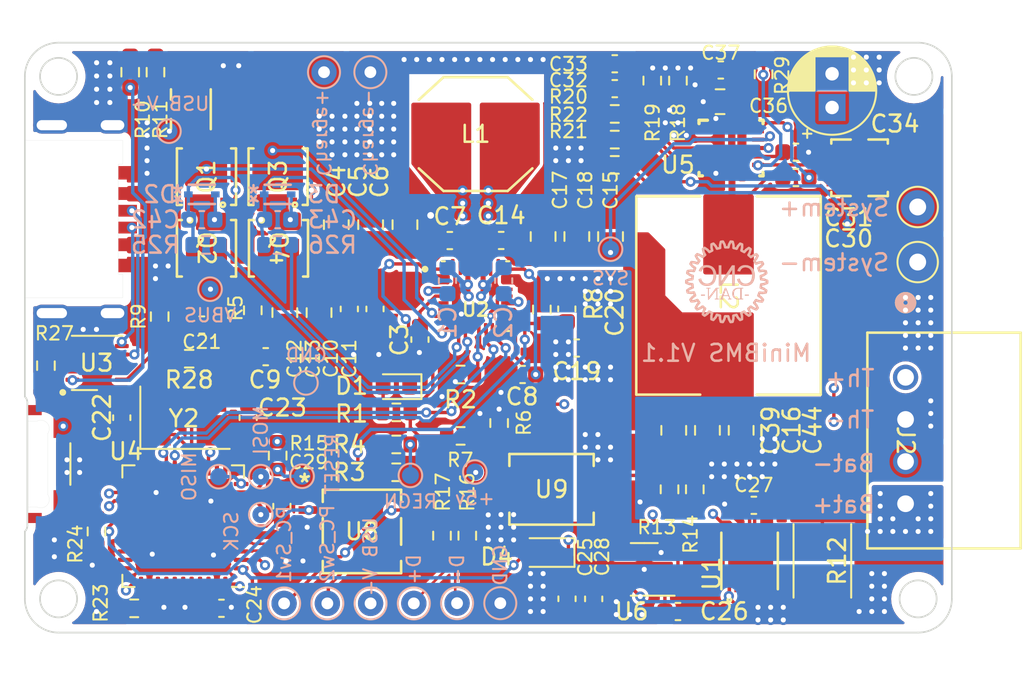
<source format=kicad_pcb>
(kicad_pcb (version 20240108) (generator "pcbnew") (generator_version "8.0")
  (layers (0 "F.Cu" signal "Front") (1 "In1.Cu" signal) (2 "In2.Cu" signal) (31 "B.Cu" signal "Back") (34 "B.Paste" user) (35 "F.Paste" user) (36 "B.SilkS" user "B.Silkscreen") (37 "F.SilkS" user "F.Silkscreen") (38 "B.Mask" user) (39 "F.Mask" user) (44 "Edge.Cuts" user))
  (net 0 "")
  (net 1 "GND")
  (net 2 "/I2C_SCL")
  (net 3 "/I2C_SDA")
  (net 4 "Net-(U2-BTST1)")
  (net 5 "Net-(U2-BTST2)")
  (net 6 "/PMID")
  (net 7 "Net-(U2-SDRV)")
  (net 8 "Net-(C9-Pad1)")
  (net 9 "/SYS")
  (net 10 "Net-(U3-VSET)")
  (net 11 "Net-(U3-ISET)")
  (net 12 "+5V")
  (net 13 "/CELL4")
  (net 14 "/CELL_GND")
  (net 15 "Net-(D1-A)")
  (net 16 "/REGN")
  (net 17 "Net-(U2-PROG)")
  (net 18 "Net-(U2-ILIM_HIZ)")
  (net 19 "/TX LED")
  (net 20 "Net-(U2-BATP)")
  (net 21 "/INT")
  (net 24 "/System_Power_Reset")
  (net 25 "Net-(D1-K)")
  (net 26 "/SW1")
  (net 27 "/SW2")
  (net 32 "Net-(U1-BATT)")
  (net 33 "Net-(U1-REG)")
  (net 34 "Net-(U3-VIN)")
  (net 35 "/TH")
  (net 36 "/PWR_BTN")
  (net 37 "Net-(U3-GATE)")
  (net 43 "Net-(MOSFET1-Pad3)")
  (net 44 "Net-(U4-XTAL1)")
  (net 45 "Net-(U4-XTAL2)")
  (net 46 "Net-(U4-AREF)")
  (net 47 "Net-(U4-UCAP)")
  (net 48 "Net-(U4-~{RESET})")
  (net 49 "Net-(R24-Pad2)")
  (net 50 "/D_P")
  (net 51 "/D_N")
  (net 52 "Net-(J3-CC1)")
  (net 53 "/TX{slash}D1")
  (net 55 "Net-(J3-CC2)")
  (net 56 "/PC_Switch")
  (net 57 "/RX{slash}D0")
  (net 58 "/RX LED")
  (net 59 "Net-(U8-S1)")
  (net 60 "Net-(U8-S)")
  (net 73 "/D1_P")
  (net 74 "/D1_N")
  (net 75 "Net-(U5-BST)")
  (net 76 "Net-(U5-SW)")
  (net 77 "Net-(U5-VCC)")
  (net 78 "Net-(C32-Pad1)")
  (net 79 "Net-(U5-COMP)")
  (net 80 "Net-(U5-FREQ_SYNC)")
  (net 81 "Net-(U5-ILIMIT)")
  (net 82 "/BOOST_EN")
  (net 83 "Net-(U5-VOUT)")
  (net 84 "Net-(U5-FB)")
  (net 85 "Net-(U4-PB1)")
  (net 86 "Net-(U4-PB2)")
  (net 87 "Net-(U4-PB3)")
  (net 88 "Net-(D2-A)")
  (net 89 "Net-(D2-K)")
  (net 90 "Net-(D3-A)")
  (net 91 "Net-(D3-K)")
  (net 92 "/VAC1")
  (net 93 "/VAC2")
  (net 94 "/ACDRV1")
  (net 95 "/ACDRV2")
  (net 96 "/USB_VBUS")
  (net 97 "/VBUS")
  (net 98 "/SW")
  (net 99 "/CELLX")
  (net 100 "/DISDRV")
  (net 101 "/VOUT")
  (footprint "Capacitor_SMD:C_0603_1608Metric" (layer "F.Cu") (at 120.990255 151.116939 180)
    (property "Reference" "C19")
    (property "Value" "10uF")
  )
  (footprint "Resistor_SMD:R_2512_6332Metric" (layer "F.Cu") (at 135.568 163.75 90)
    (property "Reference" "R12")
    (property "Value" "0.01R")
  )
  (footprint "Capacitor_SMD:C_0805_2012Metric" (layer "F.Cu") (at 119 144.5 90)
    (property "Reference" "C17")
    (property "Value" "22uF")
  )
  (footprint "Resistor_SMD:R_0603_1608Metric" (layer "F.Cu") (at 94.738549 166.561408 180)
    (property "Reference" "R23")
    (property "Value" "1K")
  )
  (footprint "Resistor_SMD:R_0603_1608Metric" (layer "F.Cu") (at 92.5 162 90)
    (property "Reference" "R24")
    (property "Value" "2.7K")
  )
  (footprint "TestPoint:TestPoint_THTPad_D2.0mm_Drill1.0mm" (layer "F.Cu") (at 141.224 146.016 90)
    (property "Reference" "GND1" (hide yes))
    (property "Value" "GND" (hide yes))
  )
  (footprint "Package_TO_SOT_SMD:SOT-23-5" (layer "F.Cu") (at 125 164.25 180)
    (property "Reference" "U6")
    (property "Value" "NCP718xSN330")
  )
  (footprint "Resistor_SMD:R_0603_1608Metric_Pad0.98x0.95mm_HandSolder" (layer "F.Cu") (at 96 134.75 -90)
    (property "Reference" "R11")
    (property "Value" "49.9K")
  )
  (footprint "Capacitor_SMD:C_0805_2012Metric" (layer "F.Cu") (at 108.765 143.796459 90)
    (property "Reference" "C5")
    (property "Value" "10uF")
  )
  (footprint "Capacitor_SMD:C_0805_2012Metric" (layer "F.Cu") (at 129.5 136.500002 180)
    (property "Reference" "C36")
    (property "Value" "10uF")
  )
  (footprint "Parts:IND_1050-WE-HCI_WRE" (layer "F.Cu") (at 130 148 -90)
    (property "Reference" "L2")
    (property "Value" "3.3uH")
  )
  (footprint "Resistor_SMD:R_0603_1608Metric" (layer "F.Cu") (at 113 162.25 -90)
    (property "Reference" "R16")
    (property "Value" "22R")
  )
  (footprint "Resistor_SMD:R_0603_1608Metric" (layer "F.Cu") (at 123.25 137.226)
    (property "Reference" "R20")
    (property "Value" "133k")
  )
  (footprint "Resistor_SMD:R_0603_1608Metric" (layer "F.Cu") (at 125.476 135.25 -90)
    (property "Reference" "R19")
    (property "Value" "68.1K")
  )
  (footprint "Resistor_SMD:R_0603_1608Metric_Pad0.98x0.95mm_HandSolder" (layer "F.Cu") (at 98 151.75 180)
    (property "Reference" "R28")
    (property "Value" "Do Not Place")
  )
  (footprint "Capacitor_SMD:C_0603_1608Metric" (layer "F.Cu") (at 129.54 134.62 180)
    (property "Reference" "C37")
    (property "Value" "22nF")
  )
  (footprint "Parts:RNW0013A" (layer "F.Cu") (at 130.150001 139.250001)
    (property "Reference" "U5")
    (property "Value" "TPS611781RNWR")
  )
  (footprint "Package_DFN_QFN:QFN-44-1EP_7x7mm_P0.5mm_EP5.15x5.15mm" (layer "F.Cu") (at 97.645 161.685 180)
    (property "Reference" "U4")
    (property "Value" "ATmega32U4-A")
  )
  (footprint "Capacitor_SMD:C_0603_1608Metric" (layer "F.Cu") (at 122 166 -90)
    (property "Reference" "C28")
    (property "Value" ".1uF")
  )
  (footprint "Capacitor_SMD:C_0603_1608Metric" (layer "F.Cu") (at 109.024 148.798459 -90)
    (property "Reference" "C11")
    (property "Value" "0.1uF")
  )
  (footprint "Parts:SMBJ24CA_LTF" (layer "F.Cu") (at 119.5 159.5)
    (property "Reference" "U9")
    (property "Value" "SMBJ24CA")
  )
  (footprint "Parts:PQFN6_2X2_INF" (layer "F.Cu") (at 98.100014 136.949264 -90)
    (property "Reference" "MOSFET1" (hide yes))
    (property "Value" "IRLHS2242TRPBF")
  )
  (footprint "Resistor_SMD:R_0603_1608Metric" (layer "F.Cu") (at 126.5 159.5 -90)
    (property "Reference" "R13")
    (property "Value" "100k")
  )
  (footprint "Resistor_SMD:R_0603_1608Metric" (layer "F.Cu") (at 114.104 156.329459 180)
    (property "Reference" "R7")
    (property "Value" "5.24K")
  )
  (footprint "Resistor_SMD:R_0603_1608Metric_Pad0.98x0.95mm_HandSolder" (layer "F.Cu") (at 94.5 134.75 -90)
    (property "Reference" "R10")
    (property "Value" "5.1K")
  )
  (footprint "Capacitor_SMD:C_0603_1608Metric" (layer "F.Cu") (at 101.5 155.25 90)
    (property "Reference" "C23")
    (property "Value" "22pF")
  )
  (footprint "Capacitor_SMD:C_0603_1608Metric" (layer "F.Cu") (at 102.541 151.630459)
    (property "Reference" "C9")
    (property "Value" "2.2uF")
  )
  (footprint "Parts:Q3A_TEX" (layer "F.Cu") (at 103.275001 140.950001 90)
    (property "Reference" "Q3")
    (property "Value" "CSD17581Q3A")
  )
  (footprint "Diode_SMD:D_SOD-323" (layer "F.Cu") (at 119.25 163.25 180)
    (property "Reference" "D4")
    (property "Value" "1SS367")
  )
  (footprint "Resistor_SMD:R_0603_1608Metric" (layer "F.Cu") (at 128 159.5 90)
    (property "Reference" "R14")
    (property "Value" "11.1k")
  )
  (footprint "Capacitor_SMD:C_0603_1608Metric" (layer "F.Cu") (at 116.512 144.734459 180)
    (property "Reference" "C14")
    (property "Value" "0.1uF")
  )
  (footprint "Capacitor_SMD:C_0603_1608Metric" (layer "F.Cu") (at 111.691 150.614459 -90)
    (property "Reference" "C3")
    (property "Value" "4.7uF")
  )
  (footprint "Package_DFN_QFN:DFN-10-1EP_3x3mm_P0.5mm_EP1.7x2.5mm" (layer "F.Cu") (at 92.5375 152 180)
    (property "Reference" "U3")
    (property "Value" "~")
  )
  (footprint "Capacitor_SMD:C_0805_2012Metric" (layer "F.Cu") (at 105.705706 149.01437 -90)
    (property "Reference" "C13")
    (property "Value" "10uF")
  )
  (footprint "Capacitor_SMD:C_0603_1608Metric" (layer "F.Cu") (at 107.5 148.798459 -90)
    (property "Reference" "C10")
    (property "Value" "0.1uF")
  )
  (footprint "Resistor_SMD:R_0603_1608Metric" (layer "F.Cu") (at 110.289 156.837459)
    (property "Reference" "R4")
    (property "Value" "127k")
  )
  (footprint "Capacitor_SMD:C_0603_1608Metric" (layer "F.Cu") (at 131.504 160.448)
    (property "Reference" "C27")
    (property "Value" ".47uF")
  )
  (footprint "LED_SMD:LED_0603_1608Metric" (layer "F.Cu") (at 110.294 153.408459 180)
    (property "Reference" "D1")
    (property "Value" "LED")
  )
  (footprint "Analog Devices:21-0137_T1433+2C_MXM" (layer "F.Cu") (at 131.25 163.75 90)
    (property "Reference" "U1")
    (property "Value" "MAX17261METD+")
  )
  (footprint "Capacitor_SMD:C_0805_2012Metric" (layer "F.Cu") (at 106.729439 143.796459 90)
    (property "Reference" "C4")
    (property "Value" "10uF")
  )
  (footprint "Capacitor_SMD:C_0603_1608Metric" (layer "F.Cu") (at 120.405634 148.788856 -90)
    (property "Reference" "C20")
    (property "Value" "10uF")
  )
  (footprint "Capacitor_SMD:C_0805_2012Metric" (layer "F.Cu") (at 110.802411 143.796459 90)
    (property "Reference" "C6")
    (property "Value" "10uF")
  )
  (footprint "Capacitor_SMD:C_0603_1608Metric" (layer "F.Cu") (at 94 155.25 -90)
    (property "Reference" "C22")
    (property "Value" "22pF")
  )
  (footprint "Resistor_SMD:R_0603_1608Metric" (layer "F.Cu") (at 118.924 148.834469 90)
    (property "Reference" "R8")
    (property "Value" "100ohm")
  )
  (footprint "Parts:SO-4_VO_VIS" (layer "F.Cu") (at 108.25 162)
    (property "Reference" "U8")
    (property "Value" "VO1400AEFTR")
  )
  (footprint "Capacitor_SMD:C_0603_1608Metric" (layer "F.Cu") (at 117.782 152.686459 180)
    (property "Reference" "C8")
    (property "Value" "1nF")
  )
  (footprint "Resistor_SMD:R_0603_1608Metric" (layer "F.Cu") (at 103.25 157.5 90)
    (property "Reference" "R15")
    (property "Value" "10k")
  )
  (footprint "Capacitor_SMD:C_0603_1608Metric" (layer "F.Cu") (at 123.25 135.726)
    (property "Reference" "C32")
    (property "Value" "330pF")
  )
  (footprint "Parts:SW_TL4100AF240QG" (layer "F.Cu") (at 89.45 158 -90)
    (property "Reference" "S1" (hide yes))
    (property "Value" "TL4100AF240QG")
    (fp_line (start -2.55 1.05) (end 2.55 1.05) (stroke (width 0.01)) (layer "Edge.Cuts"))
    (fp_line (start 2.55 1.05) (end 2.55 0.475) (stroke (width 0.01)) (layer "Edge.Cuts"))
    (fp_line (start -2.55 0.475) (end -2.55 1.05) (stroke (width 0.01)) (layer "Edge.Cuts"))
    (fp_line (start 1.8 -0.15) (end -1.8 -0.15) (stroke (width 0.01)) (layer "Edge.Cuts"))
    (fp_arc (start -2.55 0.475) (mid -2.421354 -0.133126) (end -1.799999 -0.149999) (stroke (width 0.01)) (layer "Edge.Cuts"))
    (fp_arc (start 1.8 -0.15) (mid 2.421353 -0.13312) (end 2.549999 0.475001) (stroke (width 0.01)) (layer "Edge.Cuts"))
  )
  (footprint "Capacitor_SMD:C_0603_1608Metric" (layer "F.Cu") (at 134 139.5 180)
    (property "Reference" "C31")
    (property "Value" "4.7uF")
  )
  (footprint "Parts:CUI_UJC-HP-M-G-5-MSMT-TR" (layer "F.Cu") (at 89.85 143.47 -90)
    (property "Reference" "J3" (hide yes))
    (property "Value" "UJC-HP-M-G-5-MSMT-TR")
    (fp_line (start -4.67 1.6) (end -4.67 -4.2) (stroke (width 0.01)) (layer "Edge.Cuts"))
    (fp_line (start 4.67 1.6) (end -4.67 1.6) (stroke (width 0.01)) (layer "Edge.Cuts"))
    (fp_line (start -3.26 -3.95) (end 3.26 -3.95) (stroke (width 0.01)) (layer "Edge.Cuts"))
    (fp_line (start 3.26 -3.95) (end 3.26 -4.2) (stroke (width 0.01)) (layer "Edge.Cuts"))
    (fp_line (start -4.67 -4.2) (end -3.26 -4.2) (stroke (width 0.01)) (layer "Edge.Cuts"))
    (fp_line (start -3.26 -4.2) (end -3.26 -3.95) (stroke (width 0.01)) (layer "Edge.Cuts"))
    (fp_line (start 3.26 -4.2) (end 4.67 -4.2) (stroke (width 0.01)) (layer "Edge.Cuts"))
    (fp_line (start 4.67 -4.2) (end 4.67 1.6) (stroke (width 0.01)) (layer "Edge.Cuts"))
  )
  (footprint "Capacitor_SMD:C_0805_2012Metric" (layer "F.Cu") (at 103.673706 149.01437 -90)
    (property "Reference" "C12")
    (property "Value" "10uF")
  )
  (footprint "Parts:Q3A_TEX" (layer "F.Cu") (at 103.297073 145.200001 -90)
    (property "Reference" "Q4")
    (property "Value" "CSD17581Q3A")
  )
  (footprint "Capacitor_SMD:C_0603_1608Metric" (layer "F.Cu") (at 120.416003 165.994738 -90)
    (property "Reference" "C25")
    (property "Value" "1uF")
  )
  (footprint "Capacitor_SMD:C_0603_1608Metric" (layer "F.Cu") (at 127 166.75)
    (property "Reference" "C26")
    (property "Value" "1uF")
  )
  (footprint "Crystal:Crystal_SMD_5032-4Pin_5.0x3.2mm" (layer "F.Cu") (at 97.75 155.25)
    (property "Reference" "Y2")
    (property "Value" "16 MHZ")
  )
  (footprint "Capacitor_SMD:C_0603_1608Metric" (layer "F.Cu") (at 134 141.000002 180)
    (property "Reference" "C30")
    (property "Value" "0.1uF")
  )
  (footprint "Parts:CONN_S4B-EHLFSN_JST" (layer "F.Cu") (at 140.5049 152.8549 -90)
    (property "Reference" "J2")
    (property "Value" "S4B-EHLFSN")
  )
  (footprint "Capacitor_SMD:C_0805_2012Metric" (layer "F.Cu") (at 126.75 156 -90)
    (property "Reference" "C39")
    (property "Value" "22uF")
  )
  (footprint "Resistor_SMD:R_0603_1608Metric" (layer "F.Cu") (at 101.774 148.876459 -90)
    (property "Reference" "R5")
    (property "Value" "2ohm")
  )
  (footprint "Resistor_SMD:R_0603_1608Metric" (layer "F.Cu") (at 127 135.25 -90)
    (property "Reference" "R18")
    (property "Value" "348K")
  )
  (footprint "Parts:DFN8_3x3_EP_AOS" (layer "F.Cu") (at 137.775001 140.420999)
    (property "Reference" "MOSFET2" (hide yes))
    (property "Value" "AONR21321")
  )
  (footprint "Resistor_SMD:R_0603_1608Metric" (layer "F.Cu") (at 132.08 134.874 -90)
    (property "Reference" "R29")
    (property "Value" "100K")
  )
  (footprint "Library:QFN40P400X400X100-29N" (layer "F.Cu") (at 114.988 148.036459)
    (property "Reference" "U2")
    (property "Value" "BQ25792RQMR")
  )
  (footprint "Capacitor_SMD:C_0603_1608Metric" (layer "F.Cu") (at 113.464 144.739516)
    (property "Reference" "C7")
    (property "Value" "0.1uF")
  )
  (footprint "Capacitor_THT:CP_Radial_D5.0mm_P2.00mm" (layer "F.Cu") (at 136.144 136.845113 90)
    (property "Reference" "C34")
    (property "Value" "68uF")
  )
  (footprint "Resistor_SMD:R_0603_1608Metric" (layer "F.Cu") (at 110.294 154.932459)
    (property "Reference" "R1")
    (property "Value" "2.2K")
  )
  (footprint "Capacitor_SMD:C_0603_1608Metric" (layer "F.Cu") (at 123.25 134.25)
    (property "Reference" "C33")
    (property "Value" "10pF")
  )
  (footprint "Resistor_SMD:R_0603_1608Metric" (layer "F.Cu") (at 114.5 162.25 90)
    (property "Reference" "R17")
    (property "Value" "22R")
  )
  (footprint "Capacitor_SMD:C_0805_2012Metric" (layer "F.Cu") (at 130.75 156 -90)
    (property "Reference" "C44")
    (property "Value" "22uF")
  )
  (footprint "Resistor_SMD:R_0603_1608Metric" (layer "F.Cu") (at 116.39 155.567459 -90)
    (property "Reference" "R6")
    (property "Value" "30.31K")
  )
  (footprint "Resistor_SMD:R_0603_1608Metric_Pad0.98x0.95mm_HandSolder" (layer "F.Cu") (at 96.25 149.25 90)
    (property "Reference" "R9")
    (property "Value" "10ohm")
  )
  (footprint "Resistor_SMD:R_0603_1608Metric_Pad0.98x0.95mm_HandSolder" (layer "F.Cu") (at 89.5 152.1625 -90)
    (property "Reference" "R27")
    (property "Value" "DO NOT PLACE")
  )
  (footprint "Parts:Q3A_TEX" (layer "F.Cu") (at 99.025001 145.200001 -90)
    (property "Reference" "Q2")
    (property "Value" "CSD17581Q3A")
  )
  (footprint "Resistor_SMD:R_0603_1608Metric" (layer "F.Cu") (at 110.286729 158.488459 180)
    (property "Reference" "R3")
    (property "Value" "100k")
  )
  (footprint "Resistor_SMD:R_0603_1608Metric" (layer "F.Cu") (at 123.25 138.75)
    (property "Reference" "R22")
    (property "Value" "80.6k")
  )
  (footprint "Resistor_SMD:R_0603_1608Metric" (layer "F.Cu") (at 123.25 140.25)
    (property "Reference" "R21")
    (property "Value" "1.2M")
  )
  (footprint "Parts:IND_SPM6530_TDK" (layer "F.Cu") (at 114.993 138.422459)
    (property "Reference" "L1")
    (property "Value" "2.2uH")
  )
  (footprint "Capacitor_SMD:C_0805_2012Metric" (layer "F.Cu") (at 121 144.5 90)
    (property "Reference" "C18")
    (property "Value" "22uF")
  )
  (footprint "Capacitor_SMD:C_0603_1608Metric" (layer "F.Cu") (at 103.5 160.5 -90)
    (property "Reference" "C29")
    (property "Value" "1.0uF")
  )
  (footprint "Capacitor_SMD:C_0805_2012Metric" (layer "F.Cu") (at 128.75 156 -90)
    (property "Reference" "C16")
    (property "Value" "22uF")
  )
  (footprint "Capacitor_SMD:C_0603_1608Metric_Pad1.08x0.95mm_HandSolder" (layer "F.Cu") (at 98.75 149.75)
    (property "Reference" "C21")
    (property "Value" "0.1uF")
  )
  (footprint "Capacitor_SMD:C_0603_1608Metric" (layer "F.Cu") (at 99.914567 166.558398 180)
    (property "Reference" "C24")
    (property "Value" "0.1uF")
  )
  (footprint "Capacitor_SMD:C_0805_2012Metric" (layer "F.Cu") (at 123 144.5 90)
    (property "Reference" "C15")
    (property "Value" "22uF")
  )
  (footprint "TestPoint:TestPoint_THTPad_D2.0mm_Drill1.0mm" (layer "F.Cu") (at 141.224 142.748 90)
    (property "Reference" "VOUT1" (hide yes))
    (property "Value" "V+ OUT" (hide yes))
  )
  (footprint "Resistor_SMD:R_0603_1608Metric" (layer "F.Cu") (at 114.099 152.686459)
    (property "Reference" "R2")
    (property "Value" "27k")
  )
  (footprint "Parts:Q3A_TEX" (layer "F.Cu") (at 99.025001 140.950001 90)
    (property "Reference" "Q1")
    (property "Value" "CSD17581Q3A")
  )
  (footprint "TestPoint:TestPoint_THTPad_D1.5mm_Drill0.7mm" (layer "B.Cu") (at 106 134.75 180)
    (property "Reference" "VAC2" (hide yes))
    (property "Value" "VAC2")
  )
  (footprint "TestPoint:TestPoint_Pad_D1.0mm" (layer "B.Cu") (at 123 145.25 180)
    (property "Reference" "TP9" (hide yes))
    (property "Value" "SYS")
  )
  (footprint "TestPoint:TestPoint_THTPad_D1.5mm_Drill0.7mm" (layer "B.Cu") (at 116.459 166.256102 90)
    (property "Reference" "GND2" (hide yes))
    (property "Value" "GND")
  )
  (footprint "TestPoint:TestPoint_Pad_D1.0mm" (layer "B.Cu") (at 111.125 158.6738 180)
    (property "Reference" "TP12" (hide yes))
    (property "Value" "REGN")
  )
  (footprint "TestPoint:TestPoint_Pad_D1.0mm" (layer "B.Cu") (at 104.9274 153.1874 180)
    (property "Reference" "TP8" (hide yes))
    (property "Value" "GND")
  )
  (footprint "TestPoint:TestPoint_THTPad_D1.5mm_Drill0.7mm" (layer "B.Cu") (at 103.632 166.2684 180)
    (property "Reference" "TP4" (hide yes))
    (property "Value" "PC_Sw1")
  )
  (footprint "TestPoint:TestPoint_THTPad_D1.5mm_Drill0.7mm" (layer "B.Cu") (at 111.3282 166.2684 90)
    (property "Reference" "D+1" (hide yes))
    (property "Value" "D+")
  )
  (footprint "TestPoint:TestPoint_Pad_D1.0mm" (layer "B.Cu") (at 99.2378 147.6248 180)
    (property "Reference" "TP11" (hide yes))
    (property "Value" "VBUS")
  )
  (footprint "Capacitor_SMD:C_0603_1608Metric" (layer "B.Cu") (at 116.658245 147.116755 -90)
    (property "Reference" "C2")
    (property "Value" "47nF")
  )
  (footprint "TestPoint:TestPoint_Pad_D1.0mm" (layer "B.Cu") (at 96.7994 138.2522 180)
    (property "Reference" "TP10" (hide yes))
    (property "Value" "USB V+")
  )
  (footprint "TestPoint:TestPoint_Pad_D1.0mm" (layer "B.Cu") (at 114.9492 158.4746 180)
    (property "Reference" "TP6" (hide yes))
    (property "Value" "+5v")
  )
  (footprint "TestPoint:TestPoint_THTPad_D1.5mm_Drill0.7mm" (layer "B.Cu") (at 108.7628 166.2684 180)
    (property "Reference" "USBV+1" (hide yes))
    (property "Value" "USB V+")
  )
  (footprint "TestPoint:TestPoint_THTPad_D1.5mm_Drill0.7mm" (layer "B.Cu") (at 113.8936 166.256102 90)
    (property "Reference" "D-1" (hide yes))
    (property "Value" "D-")
  )
  (footprint "Parts:SOD-523_0P9X1P3_ONS" (layer "B.Cu") (at 103.25 142)
    (property "Reference" "D3")
    (property "Value" "BZT52C12T-7")
  )
  (footprint "TestPoint:TestPoint_THTPad_D1.5mm_Drill0.7mm" (layer "B.Cu") (at 106.1974 166.2684 180)
    (property "Reference" "TP5" (hide yes))
    (property "Value" "PC_Sw2")
  )
  (footprint "Parts:SOD-523_0P9X1P3_ONS" (layer "B.Cu") (at 98.75 142)
    (property "Reference" "D2")
    (property "Value" "BZT52C12T-7")
  )
  (footprint "Resistor_SMD:R_0603_1608Metric" (layer "B.Cu") (at 103.25 145)
    (property "Reference" "R26")
    (property "Value" "294 ohm")
  )
  (footprint "Capacitor_SMD:C_0603_1608Metric" (layer "B.Cu") (at 98.75 143.5 180)
    (property "Reference" "C42")
    (property "Value" "1nF")
  )
  (footprint "TestPoint:TestPoint_Pad_D1.0mm" (layer "B.Cu") (at 102.25 161 180)
    (property "Reference" "TP1" (hide yes))
    (property "Value" "SCK")
  )
  (footprint "TestPoint:TestPoint_Pad_D1.0mm" (layer "B.Cu") (at 99.75 158.75 180)
    (property "Reference" "TP3" (hide yes))
    (property "Value" "MISO")
  )
  (footprint "Resistor_SMD:R_0603_1608Metric" (layer "B.Cu") (at 99 145)
    (property "Reference" "R25")
    (property "Value" "294 ohm")
  )
  (footprint "Capacitor_SMD:C_0603_1608Metric" (layer "B.Cu") (at 103.25 143.5 180)
    (property "Reference" "C43")
    (property "Value" "1nF")
  )
  (footprint "TestPoint:TestPoint_Pad_D1.0mm" (layer "B.Cu") (at 102.25 158.75 180)
    (property "Reference" "TP2" (hide yes))
    (property "Value" "MOSI")
  )
  (footprint "TestPoint:TestPoint_Pad_D1.0mm" (layer "B.Cu") (at 104.6988 158.7246 180)
    (property "Reference" "TP7" (hide yes))
    (property "Value" "RESET")
  )
  (footprint "TestPoint:TestPoint_THTPad_D1.5mm_Drill0.7mm" (layer "B.Cu") (at 108.75 134.75 180)
    (property "Reference" "GND3" (hide yes))
    (property "Value" "GND")
  )
  (footprint "Capacitor_SMD:C_0603_1608Metric" (layer "B.Cu") (at 113.325185 147.116755 90)
    (property "Reference" "C1")
    (property "Value" "47nF")
  )
  (gr_poly (pts (xy 131.400125 146.804019) (xy 131.390715 146.687014) (xy 131.362484 146.573487) (xy 131.311039 146.473065) (xy 131.231984 146.395372) (xy 131.127769 146.345626) (xy 131.000844 146.329044) (xy 130.890805 146.34399) (xy 130.801212 146.388828) (xy 130.731256 146.466423) (xy 130.680125 146.579637) (xy 130.524125 146.542775) (xy 130.564554 146.440333) (xy 130.621517 146.354433) (xy 130.695012 146.285075) (xy 130.783133 146.234169) (xy 130.883971 146.203625) (xy 130.997525 146.193444) (xy 131.149505 146.211552) (xy 131.288197 146.265875) (xy 131.369505 146.321621) (xy 131.437368 146.392283) (xy 131.491784 146.477862) (xy 131.531529 146.576219) (xy 131.555376 146.685212) (xy 131.563325 146.804844) (xy 131.547484 146.971198) (xy 131.499959 147.1265) (xy 131.451267 147.218484) (xy 131.389676 147.294737) (xy 131.315187 147.355259) (xy 131.226208 147.39914) (xy 131.121146 147.425468) (xy 131 147.434244) (xy 130.881591 147.422834) (xy 130.775987 147.388606) (xy 130.683191 147.331559) (xy 130.605654 147.252783) (xy 130.545832 147.153368) (xy 130.503725 147.033312) (xy 130.662125 146.993187) (xy 130.690575 147.085907) (xy 130.7323 147.162067) (xy 130.7873 147.221666) (xy 130.853483 147.264431) (xy 130.928758 147.290091) (xy 131.013125 147.298644) (xy 131.118873 147.284518) (xy 131.216853 147.242141) (xy 131.298573 147.171202) (xy 131.355537 147.071394) (xy 131.388978 146.947428)) (stroke (width 0.01)) (fill solid) (layer "B.SilkS"))
  (gr_poly (pts (xy 127.580224 147.816856) (xy 127.551325 147.699016) (xy 127.717148 147.583052) (xy 127.875013 147.523401) (xy 127.852412 147.333453) (xy 127.685587 147.316771) (xy 127.49669 147.244617) (xy 127.496831 147.123285) (xy 127.685587 147.050375) (xy 127.853141 147.030237) (xy 127.876654 146.8404) (xy 127.718669 146.784279) (xy 127.552528 146.669015) (xy 127.581702 146.551243) (xy 127.782422 146.525624) (xy 127.949926 146.546169) (xy 128.018187 146.367476) (xy 127.878223 146.275177) (xy 127.744494 146.123502) (xy 127.801005 146.016134) (xy 128.002024 146.039295) (xy 128.159744 146.099329) (xy 128.268785 145.942164) (xy 128.154977 145.819052) (xy 128.061432 145.639782) (xy 128.141996 145.549058) (xy 128.33163 145.619652) (xy 128.4704 145.715686) (xy 128.613885 145.589184) (xy 128.532847 145.442413) (xy 128.484923 145.245965) (xy 128.584857 145.177158) (xy 128.752086 145.291083) (xy 128.863841 145.417537) (xy 129.033431 145.329049) (xy 128.989872 145.167149) (xy 128.990353 144.96494) (xy 129.103851 144.922048) (xy 129.238956 145.072684) (xy 129.317202 145.222208) (xy 129.50304 145.176876) (xy 129.499492 145.009257) (xy 129.548351 144.813039) (xy 129.668815 144.798555) (xy 129.763945 144.977146) (xy 129.804134 145.14105) (xy 129.99542 145.14151) (xy 130.032089 144.977912) (xy 130.126486 144.799089) (xy 130.246916 144.813855) (xy 130.296543 145.010023) (xy 130.296338 145.178782) (xy 130.481956 145.225006) (xy 130.556712 145.074938) (xy 130.691161 144.923902) (xy 130.804558 144.967059) (xy 130.805796 145.169403) (xy 130.765211 145.333209) (xy 130.934373 145.422512) (xy 131.04287 145.294694) (xy 131.209557 145.180223) (xy 131.309331 145.249263) (xy 131.262109 145.446024) (xy 131.183502 145.595358) (xy 131.326377 145.722548) (xy 131.46231 145.62441) (xy 131.651548 145.553156) (xy 131.7319 145.644068) (xy 131.638963 145.82381) (xy 131.526901 145.949992) (xy 131.635186 146.107679) (xy 131.790655 146.044923) (xy 131.991447 146.021028) (xy 132.047707 146.128527) (xy 131.914455 146.280805) (xy 131.775453 146.376503) (xy 131.842854 146.555522) (xy 132.008824 146.531796) (xy 132.2095 146.556647) (xy 132.238399 146.674487) (xy 132.072577 146.79045) (xy 131.914712 146.850102) (xy 131.937312 147.040049) (xy 132.104137 147.056732) (xy 132.293035 147.128886) (xy 132.292893 147.250217) (xy 132.104137 147.323127) (xy 131.936584 147.343266) (xy 131.913071 147.533103) (xy 132.071056 147.589224) (xy 132.237197 147.704488) (xy 132.208022 147.82226) (xy 132.007303 147.847879) (xy 131.839799 147.827334) (xy 131.771538 148.006027) (xy 131.911501 148.098326) (xy 132.04523 148.25) (xy 131.988719 148.357368) (xy 131.787701 148.334208) (xy 131.629981 148.274174) (xy 131.52094 148.431338) (xy 131.634747 148.554451) (xy 131.728292 148.733721) (xy 131.647728 148.824445) (xy 131.458094 148.753851) (xy 131.319324 148.657816) (xy 131.17584 148.784319) (xy 131.256878 148.93109) (xy 131.304802 149.127537) (xy 131.204868 149.196345) (xy 131.037638 149.08242) (xy 130.925883 148.955966) (xy 130.756294 149.044454) (xy 130.799852 149.206354) (xy 130.799371 149.408562) (xy 130.685874 149.451455) (xy 130.550768 149.300819) (xy 130.472523 149.151295) (xy 130.286685 149.196627) (xy 130.290233 149.364246) (xy 130.241374 149.560464) (xy 130.12091 149.574948) (xy 130.025779 149.396357) (xy 129.985591 149.232452) (xy 129.794305 149.231993) (xy 129.757635 149.39559) (xy 129.663238 149.574414) (xy 129.542808 149.559648) (xy 129.493182 149.36348) (xy 129.493386 149.194721) (xy 129.307768 149.148497) (xy 129.233013 149.298565) (xy 129.098564 149.449601) (xy 128.985167 149.406444) (xy 128.983929 149.2041) (xy 129.024514 149.040293) (xy 128.855352 148.950991) (xy 128.746855 149.078809) (xy 128.580167 149.19328) (xy 128.480394 149.124239) (xy 128.527616 148.927479) (xy 128.606223 148.778145) (xy 128.463348 148.650954) (xy 128.327415 148.749093) (xy 128.138176 148.820347) (xy 128.057825 148.729435) (xy 128.150762 148.549693) (xy 128.262823 148.42351) (xy 128.154538 148.265823) (xy 127.999069 148.328579) (xy 127.798277 148.352475) (xy 127.742017 148.244975) (xy 127.875269 148.092698) (xy 128.014272 147.997) (xy 127.94687 147.817981) (xy 127.7809 147.841707)) (stroke (width 0.15)) (fill none) (layer "B.SilkS"))
  (gr_poly (pts (xy 130.367922 146.213844) (xy 130.367922 147.413844) (xy 130.215522 147.413844) (xy 130.215522 146.471881) (xy 129.586535 147.413844) (xy 129.423522 147.413844) (xy 129.423522 146.213844) (xy 129.575922 146.213844) (xy 129.575922 147.155787) (xy 130.20491 146.213844)) (stroke (width 0.01)) (fill solid) (layer "B.SilkS"))
  (gr_poly (pts (xy 128.485245 147.388606) (xy 128.392448 147.331559) (xy 128.314911 147.252783) (xy 128.255089 147.153368) (xy 128.212982 147.033312) (xy 128.371382 146.993187) (xy 128.399832 147.085907) (xy 128.441557 147.162067) (xy 128.496557 147.221666) (xy 128.56274 147.264431) (xy 128.638015 147.290091) (xy 128.722382 147.298644) (xy 128.82813 147.284518) (xy 128.92611 147.242141) (xy 129.00783 147.171202) (xy 129.064795 147.071394) (xy 129.098235 146.947428) (xy 129.109382 146.804019) (xy 129.099972 146.687014) (xy 129.071742 146.573487) (xy 129.020296 146.473065) (xy 128.941242 146.395372) (xy 128.837027 146.345626) (xy 128.710101 146.329044) (xy 128.600062 146.34399) (xy 128.51047 146.388828) (xy 128.440513 146.466423) (xy 128.389382 146.579637) (xy 128.233382 146.542775) (xy 128.273811 146.440333) (xy 128.330774 146.354433) (xy 128.40427 146.285075) (xy 128.49239 146.234169) (xy 128.593228 146.203625) (xy 128.706782 146.193444) (xy 128.858763 146.211552) (xy 128.997454 146.265875) (xy 129.078762 146.321621) (xy 129.146625 146.392283) (xy 129.201042 146.477862) (xy 129.240786 146.576219) (xy 129.264633 146.685212) (xy 129.272582 146.804844) (xy 129.256741 146.971198) (xy 129.209217 147.1265) (xy 129.160524 147.218484) (xy 129.098933 147.294737) (xy 129.024445 147.355259) (xy 128.935465 147.39914) (xy 128.830403 147.425468) (xy 128.709257 147.434244) (xy 128.590848 147.422834)) (stroke (width 0.01)) (fill solid) (layer "B.SilkS"))
  (gr_line (start 88.4 161.642928) (end 88.4 154.357071) (stroke (width 0.1)) (layer "Edge.Cuts"))
  (gr_arc (start 88.25 135) (mid 88.835786 133.585786) (end 90.249999 133) (stroke (width 0.1)) (layer "Edge.Cuts"))
  (gr_line (start 141.25 133) (end 90.249999 133) (stroke (width 0.1)) (layer "Edge.Cuts"))
  (gr_circle (center 141.25 166) (end 142.35 166) (stroke (width 0.1)) (fill none) (layer "Edge.Cuts"))
  (gr_line (start 143.25 166) (end 143.25 135) (stroke (width 0.1)) (layer "Edge.Cuts"))
  (gr_line (start 90.25 168) (end 141.25 168) (stroke (width 0.1)) (layer "Edge.Cuts"))
  (gr_arc (start 143.25 166) (mid 142.664214 167.414214) (end 141.25 168) (stroke (width 0.1)) (layer "Edge.Cuts"))
  (gr_arc (start 88.4 161.642928) (mid 88.360977 161.836577) (end 88.25 162) (stroke (width 0.1)) (layer "Edge.Cuts"))
  (gr_arc (start 90.25 168) (mid 88.835786 167.414214) (end 88.25 166) (stroke (width 0.1)) (layer "Edge.Cuts"))
  (gr_circle (center 90.25 166) (end 91.35 166) (stroke (width 0.1)) (fill none) (layer "Edge.Cuts"))
  (gr_line (start 88.25 162) (end 88.25 166) (stroke (width 0.1)) (layer "Edge.Cuts"))
  (gr_arc (start 88.25 154.000002) (mid 88.360977 154.163423) (end 88.4 154.357071) (stroke (width 0.1)) (layer "Edge.Cuts"))
  (gr_circle (center 90.25 135) (end 91.35 135) (stroke (width 0.1)) (fill none) (layer "Edge.Cuts"))
  (gr_line (start 88.25 135) (end 88.25 154.000002) (stroke (width 0.1)) (layer "Edge.Cuts"))
  (gr_arc (start 141.25 133) (mid 142.664214 133.585786) (end 143.25 135) (stroke (width 0.1)) (layer "Edge.Cuts"))
  (gr_circle (center 141 135) (end 142.1 135) (stroke (width 0.1)) (fill none) (layer "Edge.Cuts"))
  (gr_text "Th+" (at 138.75 153.5 0) (layer "B.SilkS") (effects (font (size 1 1)) (justify left bottom mirror)))
  (gr_text "Charge+" (at 105.5 141 270) (layer "B.SilkS") (effects (font (size 0.8 0.8) (thickness 0.12)) (justify left bottom mirror)))
  (gr_text "Bat-" (at 138.7856 158.5468 0) (layer "B.SilkS") (effects (font (size 1 1)) (justify left bottom mirror)))
  (gr_text "MiniBMS V1.1" (at 135 152 0) (layer "B.SilkS") (effects (font (size 1 1)) (justify left bottom mirror)))
  (gr_text "System-" (at 139.625 146.625 0) (layer "B.SilkS") (effects (font (size 1 1)) (justify left bottom mirror)))
  (gr_text "System+" (at 139.625 143.375 0) (layer "B.SilkS") (effects (font (size 1 1)) (justify left bottom mirror)))
  (gr_text "-DAN-" (at 131.247767 148.351469 -0) (layer "B.SilkS") (effects (font (size 0.68 0.68)) (justify left bottom mirror)))
  (gr_text "Bat+" (at 138.7856 160.9852 0) (layer "B.SilkS") (effects (font (size 1 1)) (justify left bottom mirror)))
  (gr_text "Th-" (at 138.7348 155.956 0) (layer "B.SilkS") (effects (font (size 1 1)) (justify left bottom mirror)))
  (gr_text "Charge-" (at 108.25 141 270) (layer "B.SilkS") (effects (font (size 0.8 0.8) (thickness 0.12)) (justify left bottom mirror)))
  (segment (start 134.679 164.131) (end 135.568 165.02) (width 0.2) (layer "F.Cu") (net 1))
  (segment (start 133.5676 164.131) (end 134.679 164.131) (width 0.2) (layer "F.Cu") (net 1))
  (segment (start 135.568 165.02) (end 135.568 166.7125) (width 0.2) (layer "F.Cu") (net 1))
  (segment (start 132.45 165.2486) (end 133.5676 164.131) (width 0.2) (layer "F.Cu") (net 1))
  (via (at 108.712 138.1252) (size 0.6) (drill 0.3) (layers "F.Cu" "B.Cu") (net 1))
  (via (at 132 158.75) (size 0.6) (drill 0.3) (layers "F.Cu" "B.Cu") (net 1))
  (via (at 120.5 152.25) (size 0.6) (drill 0.3) (layers "F.Cu" "B.Cu") (net 1))
  (via (at 141.25 149.618) (size 0.6) (drill 0.3) (layers "F.Cu" "B.Cu") (net 1))
  (via (at 126.25 137.75) (size 0.6) (drill 0.3) (layers "F.Cu" "B.Cu") (net 1))
  (via (at 91.5 158.5) (size 0.6) (drill 0.3) (layers "F.Cu" "B.Cu") (net 1))
  (via (at 118.25 134) (size 0.6) (drill 0.3) (layers "F.Cu" "B.Cu") (net 1))
  (via (at 108.712 137.3632) (size 0.6) (drill 0.3) (layers "F.Cu" "B.Cu") (net 1))
  (via (at 137.414 135.382) (size 0.6) (drill 0.3) (layers "F.Cu" "B.Cu") (net 1))
  (via (at 92.5068 134.1882) (size 0.6) (drill 0.3) (layers "F.Cu" "B.Cu") (net 1))
  (via (at 117.25 161) (size 0.6) (drill 0.3) (layers "F.Cu" "B.Cu") (net 1))
  (via (at 119.75 139.25) (size 0.6) (drill 0.3) (layers "F.Cu" "B.Cu") (net 1))
  (via (at 100.5 166.5) (size 0.6) (drill 0.3) (layers "F.Cu" "B.Cu") (net 1))
  (via (at 113.75 134) (size 0.6) (drill 0.3) (layers "F.Cu" "B.Cu") (net 1))
  (via (at 142 151.118) (size 0.6) (drill 0.3) (layers "F.Cu" "B.Cu") (net 1))
  (via (at 110.1344 138.8872) (size 0.6) (drill 0.3) (layers "F.Cu" "B.Cu") (net 1))
  (via (at 111.5 134) (size 0.6) (drill 0.3) (layers "F.Cu" "B.Cu") (net 1))
  (via (at 107.2388 137.3632) (size 0.6) (drill 0.3) (layers "F.Cu" "B.Cu") (net 1))
  (via (at 109.4232 139.6492) (size 0.6) (drill 0.3) (layers "F.Cu" "B.Cu") (net 1))
  (via (at 99.2886 160.1978) (size 0.6) (drill 0.3) (layers "F.Cu" "B.Cu") (net 1))
  (via (at 129.7686 160.3756) (size 0.6) (drill 0.3) (layers "F.Cu" "B.Cu") (net 1))
  (via (at 141.25 148.868) (size 0.6) (drill 0.3) (layers "F.Cu" "B.Cu") (net 1))
  (via (at 97.75 166.5) (size 0.6) (drill 0.3) (layers "F.Cu" "B.Cu") (net 1))
  (via (at 140.5 151.118) (size 0.6) (drill 0.3) (layers "F.Cu" "B.Cu") (net 1))
  (via (at 108.712 139.6492) (size 0.6) (drill 0.3) (layers "F.Cu" "B.Cu") (net 1))
  (via (at 93.2942 135.763) (size 0.6) (drill 0.3) (layers "F.Cu" "B.Cu") (net 1))
  (via (at 121.25 139.25) (size 0.6) (drill 0.3) (layers "F.Cu" "B.Cu") (net 1))
  (via (at 138.5 164.5) (size 0.6) (drill 0.3) (layers "F.Cu" "B.Cu") (net 1))
  (via (at 105.7148 137.3632) (size 0.6) (drill 0.3) (layers "F.Cu" "B.Cu") (net 1))
  (via (at 119.75 152.25) (size 0.6) (drill 0.3) (layers "F.Cu" "B.Cu") (net 1))
  (via (at 107.95 137.3632) (size 0.6) (drill 0.3) (layers "F.Cu" "B.Cu") (net 1))
  (via (at 106.4768 138.1252) (size 0.6) (drill 0.3) (layers "F.Cu" "B.Cu") (net 1))
  (via (at 117.25 161.75) (size 0.6) (drill 0.3) (layers "F.Cu" "B.Cu") (net 1))
  (via (at 92.5 150.0124) (size 0.6) (drill 0.3) (layers "F.Cu" "B.Cu") (net 1))
  (via (at 115.75 162.5) (size 0.6) (drill 0.3) (layers "F.Cu" "B.Cu") (net 1))
  (via (at 107.95 138.8872) (size 0.6) (drill 0.3) (layers "F.Cu" "B.Cu") (net 1))
  (via (at 103.75 163.75) (size 0.6) (drill 0.3) (layers "F.Cu" "B.Cu") (net 1))
  (via (at 120.5 151.5) (size 0.6) (drill 0.3) (layers "F.Cu" "B.Cu") (net 1))
  (via (at 95.5 139.25) (size 0.6) (drill 0.3) (layers "F.Cu" "B.Cu") (net 1))
  (via (at 138.938 135.382) (size 0.6) (drill 0.3) (layers "F.Cu" "B.Cu") (net 1))
  (via (at 93.2942 134.1882) (size 0.6) (drill 0.3) (layers "F.Cu" "B.Cu") (net 1))
  (via (at 107.95 138.1252) (size 0.6) (drill 0.3) (layers "F.Cu" "B.Cu") (net 1))
  (via (at 92.5 166.75) (size 0.6) (drill 0.3) (layers "F.Cu" "B.Cu") (net 1))
  (via (at 129.75 158.75) (size 0.6) (drill 0.3) (layers "F.Cu" "B.Cu") (net 1))
  (via (at 117.5 134) (size 0.6) (drill 0.3) (layers "F.Cu" "B.Cu") (net 1))
  (via (at 131.75 166.5) (size 0.6) (drill 0.3) (layers "F.Cu" "B.Cu") (net 1))
  (via (at 92.5068 135.763) (size 0.6) (drill 0.3) (layers "F.Cu" "B.Cu") (net 1))
  (via (at 140.5 148.118) (size 0.6) (drill 0.3) (layers "F.Cu" "B.Cu") (net 1))
  (via (at 120.5 139.25) (size 0.6) (drill 0.3) (layers "F.Cu" "B.Cu") (net 1))
  (via (at 118.25 166.75) (size 0.6) (drill 0.3) (layers "F.Cu" "B.Cu") (net 1))
  (via (at 142 155.75) (size 0.6) (drill 0.3) (layers "F.Cu" "B.Cu") (net 1))
  (via (at 107.2388 138.8872) (size 0.6) (drill 0.3) (layers "F.Cu" "B.Cu") (net 1))
  (via (at 127.5 138.5) (size 0.6) (drill 0.3) (layers "F.Cu" "B.Cu") (net 1))
  (via (at 140.5 148.868) (size 0.6) (drill 0.3) (layers "F.Cu" "B.Cu") (net 1))
  (via (at 109.4232 138.8872) (size 0.6) (drill 0.3) (layers "F.Cu" "B.Cu") (net 1))
  (via (at 106.4768 139.6492) (size 0.6) (drill 0.3) (layers "F.Cu" "B.Cu") (net 1))
  (via (at 116.5 162.5) (size 0.6) (drill 0.3) (layers "F.Cu" "B.Cu") (net 1))
  (via (at 105 161.75) (size 0.6) (drill 0.3) (layers "F.Cu" "B.Cu") (net 1))
  (via (at 93.2942 134.9756) (size 0.6) (drill 0.3) (layers "F.Cu" "B.Cu") (net 1))
  (via (at 92.5068 136.5504) (size 0.6) (drill 0.3) (layers "F.Cu" "B.Cu") (net 1))
  (via (at 90 162.5) (size 0.6) (drill 0.3) (layers "F.Cu" "B.Cu") (net 1))
  (via (at 139.25 166.75) (size 0.6) (drill 0.3) (layers "F.Cu" "B.Cu") (net 1))
  (via (at 113 154) (size 0.6) (drill 0.3) (layers "F.Cu" "B.Cu") (net 1))
  (via (at 116.39 154.742459) (size 0.6) (drill 0.3) (layers "F.Cu" "B.Cu") (net 1))
  (via (at 132 157.25) (size 0.6) (drill 0.3) (layers "F.Cu" "B.Cu") (net 1))
  (via (at 95.5 138.5) (size 0.6) (drill 0.3) (layers "F.Cu" "B.Cu") (net 1))
  (via (at 125 164.25) (size 0.6) (drill 0.3) (layers "F.Cu" "B.Cu") (net 1))
  (via (at 119 134) (size 0.6) (drill 0.3) (layers "F.Cu" "B.Cu") (net 1))
  (via (at 132.5 166.5) (size 0.6) (drill 0.3) (layers "F.Cu" "B.Cu") (net 1))
  (via (at 139.25 165.25) (size 0.6) (drill 0.3) (layers "F.Cu" "B.Cu") (net 1))
  (via (at 93.2942 136.5504) (size 0.6) (drill 0.3) (layers "F.Cu" "B.Cu") (net 1))
  (via (at 110.1344 138.1252) (size 0.6) (drill 0.3) (layers "F.Cu" "B.Cu") (net 1))
  (via (at 116 134) (size 0.6) (drill 0.3) (layers "F.Cu" "B.Cu") (net 1))
  (via (at 107.95 139.6492) (size 0.6) (drill 0.3) (layers "F.Cu" "B.Cu") (net 1))
  (via (at 130.5 158) (size 0.6) (drill 0.3) (layers "F.Cu" "B.Cu") (net 1))
  (via (at 142 155) (size 0.6) (drill 0.3) (layers "F.Cu" "B.Cu") (net 1))
  (via (at 142 154.25) (size 0.6) (drill 0.3) (layers "F.Cu" "B.Cu") (net 1))
  (via (at 127 134.5) (size 0.6) (drill 0.3) (layers "F.Cu" "B.Cu") (net 1))
  (via (at 138.5 166) (size 0.6) (drill 0.3) (layers "F.Cu" "B.Cu") (net 1))
  (via (at 126.75 138.5) (size 0.6) (drill 0.3) (layers "F.Cu" "B.Cu") (net 1))
  (via (at 107.2388 138.1252) (size 0.6) (drill 0.3) (layers "F.Cu" "B.Cu") (net 1))
  (via (at 108.712 136.6012) (size 0.6) (drill 0.3) (layers "F.Cu" "B.Cu") (net 1))
  (via (at 115.742089 161.016444) (size 0.6) (drill 0.3) (layers "F.Cu" "B.Cu") (net 1))
  (via (at 107.2388 139.6492) (size 0.6) (drill 0.3) (layers "F.Cu" "B.Cu") (net 1))
  (via (at 137.414 133.858) (size 0.6) (drill 0.3) (layers "F.Cu" "B.Cu") (net 1))
  (via (at 129 158) (size 0.6) (drill 0.3) (layers "F.Cu" "B.Cu") (net 1))
  (via (at 140.5 150.368) (size 0.6) (drill 0.3) (layers "F.Cu" "B.Cu") (net 1))
  (via (at 132.75 156.5) (size 0.6) (drill 0.3) (layers "F.Cu" "B.Cu") (net 1))
  (via (at 113 134) (size 0.6) (drill 0.3) (layers "F.Cu" "B.Cu") (net 1))
  (via (at 116.75 134) (size 0.6) (drill 0.3) (layers "F.Cu" "B.Cu") (net 1))
  (via (at 131.25 158) (size 0.6) (drill 0.3) (layers "F.Cu" "B.Cu") (net 1))
  (via (at 115.25 155) (size 0.6) (drill 0.3) (layers "F.Cu" "B.Cu") (net 1))
  (via (at 120.5 140) (size 0.6) (drill 0.3) (layers "F.Cu" "B.Cu") (net 1))
  (via (at 138.176 134.62) (size 0.6) (drill 0.3) (layers "F.Cu" "B.Cu") (net 1))
  (via (at 119.75 150.75) (size 0.6) (drill 0.3) (layers "F.Cu" "B.Cu") (net 1))
  (via (at 114.1476 149.098) (size 0.6) (drill 0.3) (layers "F.Cu" "B.Cu") (net 1))
  (via (at 95.5 140.75) (size 0.6) (drill 0.3) (layers "F.Cu" "B.Cu") (net 1))
  (via (at 118.25 165.25) (size 0.6) (drill 0.3) (layers "F.Cu" "B.Cu") (net 1))
  (via (at 90.75 157.75) (size 0.6) (drill 0.3) (layers "F.Cu" "B.Cu") (net 1))
  (via (at 142 148.868) (size 0.6) (drill 0.3) (layers "F.Cu" "B.Cu") (net 1))
  (via (at 110.1344 136.6012) (size 0.6) (drill 0.3) (layers "F.Cu" "B.Cu") (net 1))
  (via (at 91.7126 150.0124) (size 0.6) (drill 0.3) (layers "F.Cu" "B.Cu") (net 1))
  (via (at 90 163.5) (size 0.6) (drill 0.3) (layers "F.Cu" "B.Cu") (net 1))
  (via (at 134.75 139.5) (size 0.6) (drill 0.3) (layers "F.Cu" "B.Cu") (net 1))
  (via (at 105.7148 138.8872) (size 0.6) (drill 0.3) (layers "F.Cu" "B.Cu") (net 1))
  (via (at 129.25 137.5) (size 0.6) (drill 0.3) (layers "F.Cu" "B.Cu") (net 1))
  (via (at 90.75 158.5) (size 0.6) (drill 0.3) (layers "F.Cu" "B.Cu") (net 1))
  (via (at 105.7148 138.1252) (size 0.6) (drill 0.3) (layers "F.Cu" "B.Cu") (net 1))
  (via (at 126.25 134.5) (size 0.6) (drill 0.3) (layers "F.Cu" "B.Cu") (net 1))
  (via (at 138.5 166.75) (size 0.6) (drill 0.3) (layers "F.Cu" "B.Cu") (net 1))
  (via (at 96 147) (size 0.6) (drill 0.3) (layers "F.Cu" "B.Cu") (net 1))
  (via (at 137.414 134.62) (size 0.6) (drill 0.3) (layers "F.Cu" "B.Cu") (net 1))
  (via (at 121.25 140) (size 0.6) (drill 0.3) (layers "F.Cu" "B.Cu") (net 1))
  (via (at 129.25 140.75) (size 0.6) (drill 0.3) (layers "F.Cu" "B.Cu") (net 1))
  (via (at 96.5 166.5) (size 0.6) (drill 0.3) (layers "F.Cu" "B.Cu") (net 1))
  (via (at 109.4232 136.6012) (size 0.6) (drill 0.3) (layers "F.Cu" "B.Cu") (net 1))
  (via (at 141.25 151.118) (size 0.6) (drill 0.3) (layers "F.Cu" "B.Cu") (net 1))
  (via (at 142 150.368) (size 0.6) (drill 0.3) (layers "F.Cu" "B.Cu") (net 1))
  (via (at 138.938 133.858) (size 0.6) (drill 0.3) (layers "F.Cu" "B.Cu") (net 1))
  (via (at 124.1552 166.9288) (size 0.6) (drill 0.3) (layers "F.Cu" "B.Cu") (net 1))
  (via (at 119.75 140) (size 0.6) (drill 0.3) (layers "F.Cu" "B.Cu") (net 1))
  (via (at 96.0374 159.6898) (size 0.6) (drill 0.3) (layers "F.Cu" "B.Cu") (net 1))
  (via (at 116.5 161) (size 0.6) (drill 0.3) (layers "F.Cu" "B.Cu") (net 1))
  (via (at 132.75 158) (size 0.6) (drill 0.3) (layers "F.Cu" "B.Cu") (net 1))
  (via (at 128.5 136.5) (size 0.6) (drill 0.3) (layers "F.Cu" "B.Cu") (net 1))
  (via (at 120.5 153) (size 0.6) (drill 0.3) (layers "F.Cu" "B.Cu") (net 1))
  (via (at 115.25 134) (size 0.6) (drill 0.3) (layers "F.Cu" "B.Cu") (net 1))
  (via (at 126.5 137) (size 0.6) (drill 0.3) (layers "F.Cu" "B.Cu") (net 1))
  (via (at 96 146.25) (size 0.6) (drill 0.3) (layers "F.Cu" "B.Cu") (net 1))
  (via (at 92.5068 134.9756) (size 0.6) (drill 0.3) (layers "F.Cu" "B.Cu") (net 1))
  (via (at 109.4232 138.1252) (size 0.6) (drill 0.3) (layers "F.Cu" "B.Cu") (net 1))
  (via (at 129 158.75) (size 0.6) (drill 0.3) (layers "F.Cu" "B.Cu") (net 1))
  (via (at 132 158) (size 0.6) (drill 0.3) (layers "F.Cu" "B.Cu") (net 1))
  (via (at 109.4232 137.3632) (size 0.6) (drill 0.3) (layers "F.Cu" "B.Cu") (net 1))
  (via (at 109.25 151.5) (size 0.6) (drill 0.3) (layers "F.Cu" "B.Cu") (net 1))
  (via (at 99.441 163.3982) (size 0.6) (drill 0.3) (layers "F.Cu" "B.Cu") (net 1))
  (via (at 138.938 134.62) (size 0.6) (drill 0.3) (layers "F.Cu" "B.Cu") (net 1))
  (via (at 124.8664 166.9288) (size 0.6) (drill 0.3) (layers "F.Cu" "B.Cu") (net 1))
  (via (at 119.75 153) (size 0.6) (drill 0.3) (layers "F.Cu" "B.Cu") (net 1))
  (via (at 124.75 160.25) (size 0.6) (drill 0.3) (layers "F.Cu" "B.Cu") (net 1))
  (via (at 128.016 135.5) (size 0.6) (drill 0.3) (layers "F.Cu" "B.Cu") (net 1))
  (via (at 141.25 148.118) (size 0.6) (drill 0.3) (layers "F.Cu" "B.Cu") (net 1))
  (via (at 119.75 151.5) (size 0.6) (drill 0.3) (layers "F.Cu" "B.Cu") (net 1))
  (via (at 92.25 164) (size 0.6) (drill 0.3) (layers "F.Cu" "B.Cu") (net 1))
  (via (at 138.5 165.25) (size 0.6) (drill 0.3) (layers "F.Cu" "B.Cu") (net 1))
  (via (at 131.25 158.75) (size 0.6) (drill 0.3) (layers "F.Cu" "B.Cu") (net 1))
  (via (at 107.95 136.6012) (size 0.6) (drill 0.3) (layers "F.Cu" "B.Cu") (net 1))
  (via (at 129.75 158) (size 0.6) (drill 0.3) (layers "F.Cu" "B.Cu") (net 1))
  (via (at 127.75 134.5) (size 0.6) (drill 0.3) (layers "F.Cu" "B.Cu") (net 1))
  (via (at 118.25 166) (size 0.6) (drill 0.3) (layers "F.Cu" "B.Cu") (net 1))
  (via (at 142 148.118) (size 0.6) (drill 0.3) (layers "F.Cu" "B.Cu") (net 1))
  (via (at 116.5 153.75) (size 0.6) (drill 0.3) (layers "F.Cu" "B.Cu") (net 1))
  (via (at 113.792 153.1112) (size 0.6) (drill 0.3) (layers "F.Cu" "B.Cu") (net 1))
  (via (at 132.5 167.25) (size 0.6) (drill 0.3) (layers "F.Cu" "B.Cu") (net 1))
  (via (at 100.0252 134.366) (size 0.6) (drill 0.3) (layers "F.Cu" "B.Cu") (net 1))
  (via (at 106.4768 138.8872) (size 0.6) (drill 0.3) (layers "F.Cu" "B.Cu") (net 1))
  (via (at 110.1344 137.3632) (size 0.6) (drill 0.3) (layers "F.Cu" "B.Cu") (net 1))
  (via (at 112.25 134) (size 0.6) (drill 0.3) (layers "F.Cu" "B.Cu") (net 1))
  (via (at 139.25 164.5) (size 0.6) (drill 0.3) (layers "F.Cu" "B.Cu") (net 1))
  (via (at 106.4768 137.3632) (size 0.6) (drill 0.3) (layers "F.Cu" "B.Cu") (net 1))
  (via (at 139.25 166) (size 0.6) (drill 0.3) (layers "F.Cu" "B.Cu") (net 1))
  (via (at 110.1344 139.6492) (size 0.6) (drill 0.3) (layers "F.Cu" "B.Cu") (net 1))
  (via (at 107.75 151.5) (size 0.6) (drill 0.3) (layers "F.Cu" "B.Cu") (net 1))
  (via (at 95.5 137.75) (size 0.6) (drill 0.3) (layers "F.Cu" "B.Cu") (net 1))
  (via (at 100.9396 134.366) (size 0.6) (drill 0.3) (layers "F.Cu" "B.Cu") (net 1))
  (via (at 120.5 150.75) (size 0.6) (drill 0.3) (layers "F.Cu" "B.Cu") (net 1))
  (via (at 115.75 161.75) (size 0.6) (drill 0.3) (layers "F.Cu" "B.Cu") (net 1))
  (via (at 118.25 164.5) (size 0.6) (drill 0.3) (layers "F.Cu" "B.Cu") (net 1))
  (via (at 138.176 133.858) (size 0.6) (drill 0.3) (layers "F.Cu" "B.Cu") (net 1))
  (via (at 142 149.618) (size 0.6) (drill 0.3) (layers "F.Cu" "B.Cu") (net 1))
  (via (at 116.5 161.75) (size 0.6) (drill 0.3) (layers "F.Cu" "B.Cu") (net 1))
  (via (at 112.326 143.248459) (size 0.8) (drill 0.4) (layers "F.Cu" "B.Cu") (net 1))
  (via (at 119 166.75) (size 0.6) (drill 0.3) (layers "F.Cu" "B.Cu") (net 1))
  (via (at 133.25 166.5) (size 0.6) (drill 0.3) (layers "F.Cu" "B.Cu") (net 1))
  (via (at 119 164.5) (size 0.6) (drill 0.3) (layers "F.Cu" "B.Cu") (net 1))
  (via (at 127 137.75) (size 0.6) (drill 0.3) (layers "F.Cu" "B.Cu") (net 1))
  (via (at 96.75 146.25) (size 0.6) (drill 0.3) (layers "F.Cu" "B.Cu") (net 1))
  (via (at 95.5 140) (size 0.6) (drill 0.3) (layers "F.Cu" "B.Cu") (net 1))
  (via (at 95.8088 163.3474) (size 0.6) (drill 0.3) (layers "F.Cu" "B.Cu") (net 1))
  (via (at 132.75 157.25) (size 0.6) (drill 0.3) (layers "F.Cu" "B.Cu") (net 1))
  (via (at 133.25 167.25) (size 0.6) (drill 0.3) (layers "F.Cu" "B.Cu") (net 1))
  (via (at 91.5 157.75) (size 0.6) (drill 0.3) (layers "F.Cu" "B.Cu") (net 1))
  (via (at 130.5 158.75) (size 0.6) (drill 0.3) (layers "F.Cu" "B.Cu") (net 1))
  (via (at 117.25 162.5) (size 0.6) (drill 0.3) (layers "F.Cu" "B.Cu") (net 1))
  (via (at 138.176 135.382) (size 0.6) (drill 0.3) (layers "F.Cu" "B.Cu") (net 1))
  (via (at 104.75 163.75) (size 0.6) (drill 0.3) (layers "F.Cu" "B.Cu") (net 1))
  (via (at 125.5 134.5) (size 0.6) (drill 0.3) (layers "F.Cu" "B.Cu") (net 1))
  (via (at 140.5 149.618) (size 0.6) (drill 0.3) (layers "F.Cu" "B.Cu") (net 1))
  (via (at 123.3424 166.9288) (size 0.6) (drill 0.3) (layers "F.Cu" "B.Cu") (net 1))
  (via (at 123.3424 166.1668) (size 0.6) (drill 0.3) (layers "F.Cu" "B.Cu") (net 1))
  (via (at 137.75 166.75) (size 0.6) (drill 0.3) (layers "F.Cu" "B.Cu") (net 1))
  (via (at 114.5 134) (size 0.6) (drill 0.3) (layers "F.Cu" "B.Cu") (net 1))
  (via (at 131.75 167.25) (size 0.6) (drill 0.3) (layers "F.Cu" "B.Cu") (net 1))
  (via (at 111.6584 151.384) (size 0.6) (drill 0.3) (layers "F.Cu" "B.Cu") (net 1))
  (via (at 141.25 150.368) (size 0.6) (drill 0.3) (layers "F.Cu" "B.Cu") (net 1))
  (via (at 119 166) (size 0.6) (drill 0.3) (layers "F.Cu" "B.Cu") (net 1))
  (via (at 119 165.25) (size 0.6) (drill 0.3) (layers "F.Cu" "B.Cu") (net 1))
  (via (at 108.712 138.8872) (size 0.6) (drill 0.3) (layers "F.Cu" "B.Cu") (net 1))
  (via (at 132 156.5) (size 0.6) (drill 0.3) (layers "F.Cu" "B.Cu") (net 1))
  (via (at 110.75 134) (size 0.6) (drill 0.3) (layers "F.Cu" "B.Cu") (net 1))
  (segment (start 97.145 158.2475) (end 97.145 157.496803) (width 0.2) (layer "F.Cu") (net 2))
  (segment (start 116.054152 151.204307) (end 115.628 150.778155) (width 0.2) (layer "F.Cu") (net 2))
  (segment (start 125.5 161.25) (end 126.5014 162.2514) (width 0.2) (layer "F.Cu") (net 2))
  (segment (start 115.628 150.778155) (end 115.628 149.976459) (width 0.2) (layer "F.Cu") (net 2))
  (segment (start 125.5 161) (end 125.5 161.25) (width 0.2) (layer "F.Cu") (net 2))
  (segment (start 126.5014 162.2514) (end 130.05 162.2514) (width 0.2) (layer "F.Cu") (net 2))
  (segment (start 115.628 149.976459) (end 115.588 149.936459) (width 0.2) (layer "F.Cu") (net 2))
  (via (at 97.145 157.496803) (size 0.6) (drill 0.3) (layers "F.Cu" "B.Cu") (net 2))
  (via (at 125.5 161) (size 0.6) (drill 0.3) (layers "F.Cu" "B.Cu") (net 2))
  (via (at 116.054152 151.204307) (size 0.6) (drill 0.3) (layers "F.Cu" "B.Cu") (net 2))
  (segment (start 116.054152 151.661848) (end 116.054152 151.204307) (width 0.2) (layer "B.Cu") (net 2))
  (segment (start 112.273954 155.442046) (end 116.054152 151.661848) (width 0.2) (layer "B.Cu") (net 2))
  (segment (start 111.659739 155.242046) (end 111.859739 155.442046) (width 0.2) (layer "B.Cu") (net 2))
  (segment (start 97.145 157.496803) (end 97.145 156.9058) (width 0.2) (layer "B.Cu") (net 2))
  (segment (start 99.141 156.4592) (end 100.358154 155.242046) (width 0.2) (layer "B.Cu") (net 2))
  (segment (start 111.859739 155.442046) (end 112.273954 155.442046) (width 0.2) (layer "B.Cu") (net 2))
  (segment (start 97.145 156.9058) (end 97.5916 156.4592) (width 0.2) (layer "B.Cu") (net 2))
  (segment (start 100.358154 155.242046) (end 111.659739 155.242046) (width 0.2) (layer "B.Cu") (net 2))
  (segment (start 97.5916 156.4592) (end 99.141 156.4592) (width 0.2) (layer "B.Cu") (net 2))
  (segment (start 96.645 157.522022) (end 96.462822 157.339844) (width 0.2) (layer "F.Cu") (net 3))
  (segment (start 129.077554 160.954554) (end 129.5702 161.4472) (width 0.2) (layer "F.Cu") (net 3))
  (segment (start 112.066846 154.942046) (end 113.481062 154.942046) (width 0.2) (layer "F.Cu") (net 3))
  (segment (start 96.645 158.2475) (end 96.645 157.522022) (width 0.2) (layer "F.Cu") (net 3))
  (segment (start 115.988 149.936459) (end 115.988 150.330959) (width 0.2) (layer "F.Cu") (net 3))
  (segment (start 115.988 150.330959) (end 116.7795 151.122459) (width 0.2) (layer "F.Cu") (net 3))
  (segment (start 129.5702 161.4472) (end 130.045264 161.4472) (width 0.2) (layer "F.Cu") (net 3))
  (segment (start 113.481062 154.942046) (end 113.561354 154.861754) (width 0.2) (layer "F.Cu") (net 3))
  (segment (start 130.045264 161.4472) (end 130.449999 161.851935) (width 0.2) (layer "F.Cu") (net 3))
  (segment (start 130.449999 161.851935) (end 130.449999 162.2514) (width 0.2) (layer "F.Cu") (net 3))
  (via (at 112.066846 154.942046) (size 0.6) (drill 0.3) (layers "F.Cu" "B.Cu") (net 3))
  (via (at 116.7795 151.122459) (size 0.6) (drill 0.3) (layers "F.Cu" "B.Cu") (net 3))
  (via (at 129.077554 160.954554) (size 0.6) (drill 0.3) (layers "F.Cu" "B.Cu") (net 3))
  (via (at 96.462822 157.339844) (size 0.6) (drill 0.3) (layers "F.Cu" "B.Cu") (net 3))
  (via (at 113.561354 154.861754) (size 0.6) (drill 0.3) (layers "F.Cu" "B.Cu") (net 3))
  (segment (start 96.462822 157.105378) (end 97.409 156.1592) (width 0.2) (layer "B.Cu") (net 3))
  (segment (start 113.561354 154.861754) (end 116.7795 151.643608) (width 0.2) (layer "B.Cu") (net 3))
  (segment (start 100.23389 154.942046) (end 112.066846 154.942046) (width 0.2) (layer "B.Cu") (net 3))
  (segment (start 99.016736 156.1592) (end 100.23389 154.942046) (width 0.2) (layer "B.Cu") (net 3))
  (segment (start 96.462822 157.339844) (end 96.462822 157.105378) (width 0.2) (layer "B.Cu") (net 3))
  (segment (start 116.7795 151.643608) (end 116.7795 151.122459) (width 0.2) (layer "B.Cu") (net 3))
  (segment (start 97.409 156.1592) (end 99.016736 156.1592) (width 0.2) (layer "B.Cu") (net 3))
  (segment (start 112.194 147.733459) (end 112.291 147.636459) (width 0.3) (layer "F.Cu") (net 4))
  (segment (start 112.291 147.636459) (end 113.088 147.636459) (width 0.3) (layer "F.Cu") (net 4))
  (via (at 112.194 147.733459) (size 0.6) (drill 0.3) (layers "F.Cu" "B.Cu") (net 4))
  (segment (start 113.166889 147.733459) (end 113.325185 147.891755) (width 0.3) (layer "B.Cu") (net 4))
  (segment (start 112.194 147.733459) (end 113.166889 147.733459) (width 0.3) (layer "B.Cu") (net 4))
  (segment (start 117.475282 148.436459) (end 117.537035 148.374706) (width 0.3) (layer "F.Cu") (net 5))
  (segment (start 116.8505 148.436459) (end 117.475282 148.436459) (width 0.3) (layer "F.Cu") (net 5))
  (via (at 117.537035 148.374706) (size 0.6) (drill 0.3) (layers "F.Cu" "B.Cu") (net 5))
  (segment (start 117.537035 148.374706) (end 117.141196 148.374706) (width 0.3) (layer "B.Cu") (net 5))
  (segment (start 117.141196 148.374706) (end 116.658245 147.891755) (width 0.3) (layer "B.Cu") (net 5))
  (segment (start 114.088 146.311459) (end 114.088 145.889361) (width 0.2) (layer "F.Cu") (net 6))
  (segment (start 113.959001 145.759362) (end 112.939155 144.739516) (width 0.2) (layer "F.Cu") (net 6))
  (segment (start 112.939155 144.739516) (end 112.689 144.739516) (width 0.2) (layer "F.Cu") (net 6))
  (segment (start 113.959001 145.760362) (end 113.959001 145.759362) (width 0.2) (layer "F.Cu") (net 6))
  (segment (start 114.088 145.889361) (end 113.959001 145.760362) (width 0.2) (layer "F.Cu") (net 6))
  (segment (start 117.882 146.436459) (end 118.163 146.717459) (width 0.2) (layer "F.Cu") (net 7))
  (segment (start 116.8505 146.436459) (end 117.882 146.436459) (width 0.2) (layer "F.Cu") (net 7))
  (via (at 118.557 152.686459) (size 0.6) (drill 0.3) (layers "F.Cu" "B.Cu") (net 7))
  (via (at 118.163 146.717459) (size 0.6) (drill 0.3) (layers "F.Cu" "B.Cu") (net 7))
  (segment (start 118.163 146.717459) (end 118.544 147.098459) (width 0.2) (layer "B.Cu") (net 7))
  (segment (start 118.544 147.098459) (end 118.544 152.673459) (width 0.2) (layer "B.Cu") (net 7))
  (segment (start 118.544 152.673459) (end 118.557 152.686459) (width 0.2) (layer "B.Cu") (net 7))
  (segment (start 101.774 149.701459) (end 101.774 151.622459) (width 0.4) (layer "F.Cu") (net 8))
  (segment (start 115.888 146.336459) (end 115.888 145.888361) (width 0.2) (layer "F.Cu") (net 9))
  (segment (start 115.888 145.888361) (end 117.041902 144.734459) (width 0.2) (layer "F.Cu") (net 9))
  (segment (start 132.26042 138.750002) (end 131.75 138.750002) (width 0.2) (layer "F.Cu") (net 9))
  (segment (start 117.041902 144.734459) (end 117.287 144.734459) (width 0.2) (layer "F.Cu") (net 9))
  (segment (start 132.458988 138.551434) (end 132.26042 138.750002) (width 0.2) (layer "F.Cu") (net 9))
  (via (at 132.458988 138.551434) (size 0.6) (drill 0.3) (layers "F.Cu" "B.Cu") (net 9))
  (via (at 123 145.45) (size 0.6) (drill 0.3) (layers "F.Cu" "B.Cu") (net 9))
  (segment (start 132.458988 138.551434) (end 132.26042 138.750002) (width 0.2) (layer "B.Cu") (net 9))
  (segment (start 123 142.75) (end 123 145.25) (width 0.2) (layer "B.Cu") (net 9))
  (segment (start 132.26042 138.750002) (end 130.75 138.750002) (width 0.2) (layer "B.Cu") (net 9))
  (segment (start 127.707107 139) (end 126.75 139) (width 0.2) (layer "B.Cu") (net 9))
  (segment (start 132 138.75) (end 127.957107 138.75) (width 0.2) (layer "B.Cu") (net 9))
  (segment (start 127.957107 138.75) (end 127.707107 139) (width 0.2) (layer "B.Cu") (net 9))
  (segment (start 126.75 139) (end 123 142.75) (width 0.2) (layer "B.Cu") (net 9))
  (segment (start 90.25 152) (end 89.5 152.75) (width 0.2) (layer "F.Cu") (net 10))
  (segment (start 89.5 152.75) (end 89.5 153.075) (width 0.2) (layer "F.Cu") (net 10))
  (segment (start 91.075 152) (end 90.25 152) (width 0.2) (layer "F.Cu") (net 10))
  (segment (start 90.25 152.75) (end 90.25 153.375) (width 0.2) (layer "F.Cu") (net 11))
  (segment (start 91.075 152.5) (end 90.5 152.5) (width 0.2) (layer "F.Cu") (net 11))
  (segment (start 90.5 152.5) (end 90.25 152.75) (width 0.2) (layer "F.Cu") (net 11))
  (segment (start 94.462132 153.787868) (end 96.5 151.75) (width 0.2) (layer "F.Cu") (net 11))
  (segment (start 90.25 153.375) (end 90.662868 153.787868) (width 0.2) (layer "F.Cu") (net 11))
  (segment (start 90.662868 153.787868) (end 94.462132 153.787868) (width 0.2) (layer "F.Cu") (net 11))
  (segment (start 96.5 151.75) (end 97.0875 151.75) (width 0.2) (layer "F.Cu") (net 11))
  (segment (start 93.315 159.685) (end 93.25 159.75) (width 0.2) (layer "F.Cu") (net 12))
  (segment (start 101.0825 161.185) (end 100.645001 161.185) (width 0.2) (layer "F.Cu") (net 12))
  (segment (start 100.445 161.385001) (end 100.445 163.357964) (width 0.2) (layer "F.Cu") (net 12))
  (segment (start 94.2075 159.685) (end 93.315 159.685) (width 0.2) (layer "F.Cu") (net 12))
  (segment (start 100.445 163.357964) (end 100.772036 163.685) (width 0.2) (layer "F.Cu") (net 12))
  (segment (start 99.145 157.405002) (end 99.25 157.300002) (width 0.2) (layer "F.Cu") (net 12))
  (segment (start 95.145 165.1225) (end 94.6275 165.1225) (width 0.2) (layer "F.Cu") (net 12))
  (segment (start 100.772036 163.685) (end 101.0825 163.685) (width 0.2) (layer "F.Cu") (net 12))
  (segment (start 100.8725 165.1225) (end 101 165.25) (width 0.2) (layer "F.Cu") (net 12))
  (segment (start 102.185 163.685) (end 102.5 164) (width 0.2) (layer "F.Cu") (net 12))
  (segment (start 94.6275 165.1225) (end 94.25 165.5) (width 0.2) (layer "F.Cu") (net 12))
  (segment (start 99.145 158.2475) (end 99.145 157.405002) (width 0.2) (layer "F.Cu") (net 12))
  (segment (start 101.0825 163.685) (end 102.185 163.685) (width 0.2) (layer "F.Cu") (net 12))
  (segment (start 100.645001 161.185) (end 100.445 161.385001) (width 0.2) (layer "F.Cu") (net 12))
  (segment (start 100.145 165.1225) (end 100.8725 165.1225) (width 0.2) (layer "F.Cu") (net 12))
  (via (at 115 158.5) (size 0.6) (drill 0.3) (layers "F.Cu" "B.Cu") (net 12))
  (via (at 102.5 164) (size 0.6) (drill 0.3) (layers "F.Cu" "B.Cu") (net 12))
  (via (at 99.25 157.300002) (size 0.6) (drill 0.3) (layers "F.Cu" "B.Cu") (net 12))
  (via (at 103.2256 156.6672) (size 0.6) (drill 0.3) (layers "F.Cu" "B.Cu") (net 12))
  (via (at 94.25 165.5) (size 0.6) (drill 0.3) (layers "F.Cu" "B.Cu") (net 12))
  (via (at 101 165.25) (size 0.6) (drill 0.3) (layers "F.Cu" "B.Cu") (net 12))
  (via (at 93.25 159.75) (size 0.6) (drill 0.3) (layers "F.Cu" "B.Cu") (net 12))
  (segment (start 126 163.25) (end 126.0856 163.2712) (width 0.2) (layer "F.Cu") (net 13))
  (segment (start 126.225 165.2875) (end 126.1375 165.2) (width 0.2) (layer "F.Cu") (net 13))
  (segment (start 126.1375 163.3) (end 126 163.25) (width 0.2) (layer "F.Cu") (net 13))
  (segment (start 127 164.999999) (end 126.799999 165.2) (width 0.2) (layer "F.Cu") (net 13))
  (segment (start 127 163.500001) (end 127 164.999999) (width 0.2) (layer "F.Cu") (net 13))
  (segment (start 126.5 158.675) (end 122.7253 158.675) (width 0.2) (layer "F.Cu") (net 13))
  (segment (start 122.7253 158.675) (end 121.9003 159.5) (width 0.2) (layer "F.Cu") (net 13))
  (segment (start 126.1375 163.3) (end 126.799999 163.3) (width 0.2) (layer "F.Cu") (net 13))
  (segment (start 126.799999 163.3) (end 127 163.500001) (width 0.2) (layer "F.Cu") (net 13))
  (segment (start 126.225 166.75) (end 126.225 165.2875) (width 0.2) (layer "F.Cu") (net 13))
  (segment (start 126.799999 165.2) (end 126.1375 165.2) (width 0.2) (layer "F.Cu") (net 13))
  (via (at 120 147) (size 0.6) (drill 0.3) (layers "F.Cu" "B.Cu") (net 13))
  (via (at 121.5 147) (size 0.6) (drill 0.3) (layers "F.Cu" "B.Cu") (net 13))
  (via (at 123 157) (size 0.6) (drill 0.3) (layers "F.Cu" "B.Cu") (net 13))
  (via (at 141.25 161.25) (size 0.6) (drill 0.3) (layers "F.Cu" "B.Cu") (net 13))
  (via (at 140.5 162) (size 0.6) (drill 0.3) (layers "F.Cu" "B.Cu") (net 13))
  (via (at 141.25 162) (size 0.6) (drill 0.3) (layers "F.Cu" "B.Cu") (net 13))
  (via (at 122.25 148.5) (size 0.6) (drill 0.3) (layers "F.Cu" "B.Cu") (net 13))
  (via (at 142 162) (size 0.6) (drill 0.3) (layers "F.Cu" "B.Cu") (net 13))
  (via (at 123 147.75) (size 0.6) (drill 0.3) (layers "F.Cu" "B.Cu") (net 13))
  (via (at 139.75 161.25) (size 0.6) (drill 0.3) (layers "F.Cu" "B.Cu") (net 13))
  (via (at 122.25 157.75) (size 0.6) (drill 0.3) (layers "F.Cu" "B.Cu") (net 13))
  (via (at 122.25 156.25) (size 0.6) (drill 0.3) (layers "F.Cu" "B.Cu") (net 13))
  (via (at 90.5256 155.7528) (size 0.6) (drill 0.3) (layers "F.Cu" "B.Cu") (net 13))
  (via (at 123 152.25) (size 0.6) (drill 0.3) (layers "F.Cu" "B.Cu") (net 13))
  (via (at 121.5 153) (size 0.6) (drill 0.3) (layers "F.Cu" "B.Cu") (net 13))
  (via (at 119.25 147) (size 0.6) (drill 0.3) (layers "F.Cu" "B.Cu") (net 13))
  (via (at 121.5 157) (size 0.6) (drill 0.3) (layers "F.Cu" "B.Cu") (net 13))
  (via (at 122.25 147.75) (size 0.6) (drill 0.3) (layers "F.Cu" "B.Cu") (net 13))
  (via (at 121.5 152.25) (size 0.6) (drill 0.3) (layers "F.Cu" "B.Cu") (net 13))
  (via (at 120.75 147) (size 0.6) (drill 0.3) (layers "F.Cu" "B.Cu") (net 13))
  (via (at 122.25 153) (size 0.6) (drill 0.3) (layers "F.Cu" "B.Cu") (net 13))
  (via (at 123 148.5) (size 0.6) (drill 0.3) (layers "F.Cu" "B.Cu") (net 13))
  (via (at 139 159.75) (size 0.6) (drill 0.3) (layers "F.Cu" "B.Cu") (net 13))
  (via (at 123 147) (size 0.6) (drill 0.3) (layers "F.Cu" "B.Cu") (net 13))
  (via (at 121.5 148.5) (size 0.6) (drill 0.3) (layers "F.Cu" "B.Cu") (net 13))
  (via (at 121.5 156.25) (size 0.6) (drill 0.3) (layers "F.Cu" "B.Cu") (net 13))
  (via (at 123 157.75) (size 0.6) (drill 0.3) (layers "F.Cu" "B.Cu") (net 13))
  (via (at 138.25 162) (size 0.6) (drill 0.3) (layers "F.Cu" "B.Cu") (net 13))
  (via (at 122.25 147) (size 0.6) (drill 0.3) (layers "F.Cu" "B.Cu") (net 13))
  (via (at 126 163.25) (size 0.6) (drill 0.3) (layers "F.Cu" "B.Cu") (net 13))
  (via (at 139 160.5) (size 0.6) (drill 0.3) (layers "F.Cu" "B.Cu") (net 13))
  (via (at 139.75 162) (size 0.6) (drill 0.3) (layers "F.Cu" "B.Cu") (net 13))
  (via (at 122.25 157) (size 0.6) (drill 0.3) (layers "F.Cu" "B.Cu") (net 13))
  (via (at 142 159.75) (size 0.6) (drill 0.3) (layers "F.Cu" "B.Cu") (net 13))
  (via (at 142 161.25) (size 0.6) (drill 0.3) (layers "F.Cu" "B.Cu") (net 13))
  (via (at 139 161.25) (size 0.6) (drill 0.3) (layers "F.Cu" "B.Cu") (net 13))
  (via (at 142 160.5) (size 0.6) (drill 0.3) (layers "F.Cu" "B.Cu") (net 13))
  (via (at 123 153) (size 0.6) (drill 0.3) (layers "F.Cu" "B.Cu") (net 13))
  (via (at 139 162) (size 0.6) (drill 0.3) (layers "F.Cu" "B.Cu") (net 13))
  (via (at 121.5 147.75) (size 0.6) (drill 0.3) (layers "F.Cu" "B.Cu") (net 13))
  (via (at 122.25 152.25) (size 0.6) (drill 0.3) (layers "F.Cu" "B.Cu") (net 13))
  (segment (start 134.679 163.496) (end 135.568 162.607) (width 0.2) (layer "F.Cu") (net 14))
  (segment (start 135.568 162.607) (end 135.568 160.7875) (width 0.2) (layer "F.Cu") (net 14))
  (segment (start 133.6946 163.496) (end 134.679 163.496) (width 0.2) (layer "F.Cu") (net 14))
  (segment (start 132.45 162.2514) (end 133.6946 163.496) (width 0.2) (layer "F.Cu") (net 14))
  (segment (start 109.5065 154.894959) (end 109.469 154.932459) (width 0.2) (layer "F.Cu") (net 15))
  (segment (start 109.5065 153.408459) (end 109.5065 154.894959) (width 0.2) (layer "F.Cu") (net 15))
  (segment (start 113.088 148.036459) (end 112.618 148.036459) (width 0.2) (layer "F.Cu") (net 16))
  (segment (start 112.453 150.601459) (end 112.453 153.598459) (width 0.2) (layer "F.Cu") (net 16))
  (segment (start 111.119 155.826459) (end 111.119 154.932459) (width 0.2) (layer "F.Cu") (net 16))
  (segment (start 111.622 156.329459) (end 113.279 156.329459) (width 0.2) (layer "F.Cu") (net 16))
  (segment (start 111.691 148.963459) (end 111.691 149.839459) (width 0.2) (layer "F.Cu") (net 16))
  (segment (start 112.618 148.036459) (end 111.691 148.963459) (width 0.2) (layer "F.Cu") (net 16))
  (segment (start 111.114 156.837459) (end 111.622 156.329459) (width 0.2) (layer "F.Cu") (net 16))
  (segment (start 111.622 156.329459) (end 111.119 155.826459) (width 0.2) (layer "F.Cu") (net 16))
  (segment (start 111.691 149.839459) (end 112.453 150.601459) (width 0.2) (layer "F.Cu") (net 16))
  (segment (start 112.453 153.598459) (end 111.119 154.932459) (width 0.2) (layer "F.Cu") (net 16))
  (via (at 111.114 156.837459) (size 0.6) (drill 0.3) (layers "F.Cu" "B.Cu") (net 16))
  (segment (start 111.125 158.6738) (end 111.125 156.848459) (width 0.2) (layer "B.Cu") (net 16))
  (segment (start 111.125 156.848459) (end 111.114 156.837459) (width 0.2) (layer "B.Cu") (net 16))
  (segment (start 115.12 152.490459) (end 114.924 152.686459) (width 0.2) (layer "F.Cu") (net 17))
  (segment (start 115.12 151.630459) (end 115.12 152.490459) (width 0.2) (layer "F.Cu") (net 17))
  (segment (start 115.877 149.003459) (end 116.2835 148.596959) (width 0.2) (layer "F.Cu") (net 17))
  (segment (start 116.2835 148.596959) (end 116.2835 148.24829) (width 0.2) (layer "F.Cu") (net 17))
  (segment (start 116.2835 148.24829) (end 116.495331 148.036459) (width 0.2) (layer "F.Cu") (net 17))
  (segment (start 116.495331 148.036459) (end 116.888 148.036459) (width 0.2) (layer "F.Cu") (net 17))
  (segment (start 115.877 149.217459) (end 115.877 149.003459) (width 0.2) (layer "F.Cu") (net 17))
  (via (at 115.12 151.630459) (size 0.6) (drill 0.3) (layers "F.Cu" "B.Cu") (net 17))
  (via (at 115.877 149.217459) (size 0.4) (drill 0.2) (layers "F.Cu" "B.Cu") (net 17))
  (segment (start 115.12 151.630459) (end 115.12 150.395459) (width 0.2) (layer "B.Cu") (net 17))
  (segment (start 115.877 149.638459) (end 115.877 149.217459) (width 0.2) (layer "B.Cu") (net 17))
  (segment (start 115.12 150.395459) (end 115.877 149.638459) (width 0.2) (layer "B.Cu") (net 17))
  (segment (start 109.461729 156.83973) (end 109.464 156.837459) (width 0.2) (layer "F.Cu") (net 18))
  (segment (start 117.409001 149.460362) (end 117.409001 149.459362) (width 0.2) (layer "F.Cu") (net 18))
  (segment (start 108.008 157.324256) (end 108.008 157.980459) (width 0.2) (layer "F.Cu") (net 18))
  (segment (start 117.409001 149.459362) (end 117.186098 149.236459) (width 0.2) (layer "F.Cu") (net 18))
  (segment (start 117.186098 149.236459) (end 116.838 149.236459) (width 0.2) (layer "F.Cu") (net 18))
  (segment (start 117.914 150.614459) (end 117.914 149.965361) (width 0.2) (layer "F.Cu") (net 18))
  (segment (start 117.914 149.965361) (end 117.409001 149.460362) (width 0.2) (layer "F.Cu") (net 18))
  (segment (start 108.516 158.488459) (end 109.461729 158.488459) (width 0.2) (layer "F.Cu") (net 18))
  (segment (start 108.008 157.980459) (end 108.516 158.488459) (width 0.2) (layer "F.Cu") (net 18))
  (segment (start 109.461729 158.488459) (end 109.461729 156.83973) (width 0.2) (layer "F.Cu") (net 18))
  (via (at 108.008 157.324256) (size 0.6) (drill 0.3) (layers "F.Cu" "B.Cu") (net 18))
  (via (at 117.914 150.614459) (size 0.6) (drill 0.3) (layers "F.Cu" "B.Cu") (net 18))
  (segment (start 117.914 150.614459) (end 117.914 151.5546) (width 0.2) (layer "B.Cu") (net 18))
  (segment (start 113.520141 155.948459) (end 108.77 155.948459) (width 0.2) (layer "B.Cu") (net 18))
  (segment (start 117.914 151.5546) (end 113.520141 155.948459) (width 0.2) (layer "B.Cu") (net 18))
  (segment (start 108.77 155.948459) (end 108.008 156.710459) (width 0.2) (layer "B.Cu") (net 18))
  (segment (start 108.008 156.710459) (end 108.008 157.324256) (width 0.2) (layer "B.Cu") (net 18))
  (segment (start 118.924 149.659469) (end 118.10201 149.659469) (width 0.2) (layer "F.Cu") (net 20))
  (segment (start 117.279 148.836459) (end 116.863 148.836459) (width 0.2) (layer "F.Cu") (net 20))
  (segment (start 118.10201 149.659469) (end 117.279 148.836459) (width 0.2) (layer "F.Cu") (net 20))
  (segment (start 111.625 146.125) (end 111.936459 146.436459) (width 0.2) (layer "F.Cu") (net 25))
  (segment (start 110.851226 149.395346) (end 111.016 149.56012) (width 0.2) (layer "F.Cu") (net 25))
  (segment (start 111.016 149.56012) (end 111.016 153.342959) (width 0.2) (layer "F.Cu") (net 25))
  (segment (start 111.936459 146.436459) (end 113.088 146.436459) (width 0.2) (layer "F.Cu") (net 25))
  (segment (start 111.016 153.342959) (end 111.0815 153.408459) (width 0.2) (layer "F.Cu") (net 25))
  (segment (start 109.875 146.125) (end 111.625 146.125) (width 0.2) (layer "F.Cu") (net 25))
  (via (at 110.851226 149.395346) (size 0.6) (drill 0.3) (layers "F.Cu" "B.Cu") (net 25))
  (via (at 109.875 146.125) (size 0.6) (drill 0.3) (layers "F.Cu" "B.Cu") (net 25))
  (segment (start 110.851226 149.393685) (end 110.851226 149.395346) (width 0.2) (layer "B.Cu") (net 25))
  (segment (start 109.5 146.5) (end 109.5 148.042459) (width 0.2) (layer "B.Cu") (net 25))
  (segment (start 109.875 146.125) (end 109.5 146.5) (width 0.2) (layer "B.Cu") (net 25))
  (segment (start 109.5 148.042459) (end 110.851226 149.393685) (width 0.2) (layer "B.Cu") (net 25))
  (segment (start 114.538 147.352459) (end 114.538 146.336459) (width 0.3) (layer "F.Cu") (net 26))
  (segment (start 114.226 140.430459) (end 112.218 138.422459) (width 0.6) (layer "F.Cu") (net 26))
  (segment (start 114.586904 148.050153) (end 114.538 148.001249) (width 0.3) (layer "F.Cu") (net 26))
  (segment (start 114.538 148.001249) (end 114.538 147.352459) (width 0.3) (layer "F.Cu") (net 26))
  (segment (start 114.226 141.764459) (end 114.226 140.430459) (width 0.6) (layer "F.Cu") (net 26))
  (via (at 114.226 142.526459) (size 0.6) (drill 0.3) (layers "F.Cu" "B.Cu") (net 26))
  (via (at 114.538 147.352459) (size 0.6) (drill 0.3) (layers "F.Cu" "B.Cu") (net 26))
  (via (at 114.226 141.764459) (size 0.6) (drill 0.3) (layers "F.Cu" "B.Cu") (net 26))
  (via (at 114.226 143.288459) (size 0.6) (drill 0.3) (layers "F.Cu" "B.Cu") (net 26))
  (via (at 114.586904 148.050153) (size 0.6) (drill 0.3) (layers "F.Cu" "B.Cu") (net 26))
  (segment (start 114.226685 147.243255) (end 114.226685 147.689934) (width 0.3) (layer "B.Cu") (net 26))
  (segment (start 114.428796 147.243255) (end 114.538 147.352459) (width 0.3) (layer "B.Cu") (net 26))
  (segment (start 114.226685 147.243255) (end 114.428796 147.243255) (width 0.3) (layer "B.Cu") (net 26))
  (segment (start 113.325185 146.341755) (end 114.226685 147.243255) (width 0.3) (layer "B.Cu") (net 26))
  (segment (start 114.226685 147.689934) (end 114.586904 148.050153) (width 0.3) (layer "B.Cu") (net 26))
  (segment (start 114.538 147.352459) (end 114.529221 147.34368) (width 0.6) (layer "B.Cu") (net 26))
  (segment (start 115.75 140.440459) (end 117.768 138.422459) (width 0.6) (layer "F.Cu") (net 27))
  (segment (start 115.75 141.764459) (end 115.75 140.440459) (width 0.6) (layer "F.Cu") (net 27))
  (segment (start 115.438 147.916111) (end 115.438 147.352459) (width 0.3) (layer "F.Cu") (net 27))
  (segment (start 115.438 147.352459) (end 115.438 146.336459) (width 0.3) (layer "F.Cu") (net 27))
  (segment (start 115.313346 148.040765) (end 115.438 147.916111) (width 0.3) (layer "F.Cu") (net 27))
  (via (at 115.313346 148.040765) (size 0.6) (drill 0.3) (layers "F.Cu" "B.Cu") (net 27))
  (via (at 115.75 143.288459) (size 0.6) (drill 0.3) (layers "F.Cu" "B.Cu") (net 27))
  (via (at 115.75 142.526459) (size 0.6) (drill 0.3) (layers "F.Cu" "B.Cu") (net 27))
  (via (at 115.75 141.764459) (size 0.6) (drill 0.3) (layers "F.Cu" "B.Cu") (net 27))
  (via (at 115.438 147.352459) (size 0.6) (drill 0.3) (layers "F.Cu" "B.Cu") (net 27))
  (segment (start 116.658245 146.341755) (end 115.75 147.25) (width 0.3) (layer "B.Cu") (net 27))
  (segment (start 115.75 147.25) (end 115.75 147.604111) (width 0.3) (layer "B.Cu") (net 27))
  (segment (start 115.75 147.604111) (end 115.313346 148.040765) (width 0.3) (layer "B.Cu") (net 27))
  (segment (start 115.75 147.25) (end 115.540459 147.25) (width 0.3) (layer "B.Cu") (net 27))
  (segment (start 115.540459 147.25) (end 115.438 147.352459) (width 0.3) (layer "B.Cu") (net 27))
  (segment (start 123.8625 165.2) (end 124.1028 165.2) (width 0.2) (layer "F.Cu") (net 32))
  (segment (start 132.050001 165.748099) (end 131.7981 166) (width 0.2) (layer "F.Cu") (net 32))
  (segment (start 131.5356 166) (end 131.165022 166.370578) (width 0.2) (layer "F.Cu") (net 32))
  (segment (start 121.994738 165.219738) (end 122 165.225) (width 0.2) (layer "F.Cu") (net 32))
  (segment (start 122 165.225) (end 123.8375 165.225) (width 0.2) (layer "F.Cu") (net 32))
  (segment (start 132.050001 165.2486) (end 132.050001 165.748099) (width 0.2) (layer "F.Cu") (net 32))
  (segment (start 123.8375 165.225) (end 123.8625 165.2) (width 0.2) (layer "F.Cu") (net 32))
  (segment (start 120.416003 165.219738) (end 121.994738 165.219738) (width 0.2) (layer "F.Cu") (net 32))
  (segment (start 130.05 165.9656) (end 130.05 165.2486) (width 0.2) (layer "F.Cu") (net 32))
  (segment (start 131.7981 166) (end 131.5356 166) (width 0.2) (layer "F.Cu") (net 32))
  (segment (start 130.454978 166.370578) (end 130.05 165.9656) (width 0.2) (layer "F.Cu") (net 32))
  (segment (start 131.165022 166.370578) (end 130.454978 166.370578) (width 0.2) (layer "F.Cu") (net 32))
  (segment (start 124.1028 165.2) (end 124.7648 165.862) (width 0.2) (layer "F.Cu") (net 32))
  (segment (start 121.819738 165.044738) (end 122 165.225) (width 0.2) (layer "F.Cu") (net 32))
  (via (at 130.019735 165.832195) (size 0.6) (drill 0.3) (layers "F.Cu" "B.Cu") (net 32))
  (via (at 124.7648 165.862) (size 0.6) (drill 0.3) (layers "F.Cu" "B.Cu") (net 32))
  (segment (start 130.019735 165.832195) (end 129.68513 166.1668) (width 0.2) (layer "B.Cu") (net 32))
  (segment (start 129.68513 166.1668) (end 125.0696 166.1668) (width 0.2) (layer "B.Cu") (net 32))
  (segment (start 125.0696 166.1668) (end 124.7648 165.862) (width 0.2) (layer "B.Cu") (net 32))
  (segment (start 131.25 162.2514) (end 131.25 161.223) (width 0.2) (layer "F.Cu") (net 33))
  (segment (start 131.25 161.223) (end 130.729 160.702) (width 0.2) (layer "F.Cu") (net 33))
  (segment (start 97.8875 149.75) (end 96.6625 149.75) (width 0.2) (layer "F.Cu") (net 34))
  (segment (start 96.25 151.035464) (end 96.25 150.1625) (width 0.2) (layer "F.Cu") (net 34))
  (segment (start 94.285464 153) (end 96.25 151.035464) (width 0.2) (layer "F.Cu") (net 34))
  (segment (start 96.6625 149.75) (end 96.25 150.1625) (width 0.2) (layer "F.Cu") (net 34))
  (segment (start 94 153) (end 94.285464 153) (width 0.2) (layer "F.Cu") (net 34))
  (segment (start 116.838 149.636459) (end 117.063 149.636459) (width 0.2) (layer "F.Cu") (net 35))
  (segment (start 117.357936 151.645895) (end 117.787 152.074959) (width 0.2) (layer "F.Cu") (net 35))
  (segment (start 119.3 154.45) (end 117.357541 156.392459) (width 0.2) (layer "F.Cu") (net 35))
  (segment (start 117.152 155.630459) (end 116.39 156.392459) (width 0.2) (layer "F.Cu") (net 35))
  (segment (start 117.152 154.170459) (end 117.152 155.630459) (width 0.2) (layer "F.Cu") (net 35))
  (segment (start 117.357541 156.392459) (end 116.39 156.392459) (width 0.2) (layer "F.Cu") (net 35))
  (segment (start 116.327 156.329459) (end 116.39 156.392459) (width 0.2) (layer "F.Cu") (net 35))
  (segment (start 120.253354 154.45) (end 119.3 154.45) (width 0.2) (layer "F.Cu") (net 35))
  (segment (start 117.063 149.636459) (end 117.357936 149.931395) (width 0.2) (layer "F.Cu") (net 35))
  (segment (start 117.787 153.535459) (end 117.152 154.170459) (width 0.2) (layer "F.Cu") (net 35))
  (segment (start 117.357936 149.931395) (end 117.357936 151.645895) (width 0.2) (layer "F.Cu") (net 35))
  (segment (start 117.787 152.074959) (end 117.787 153.535459) (width 0.2) (layer "F.Cu") (net 35))
  (segment (start 114.929 156.329459) (end 116.327 156.329459) (width 0.2) (layer "F.Cu") (net 35))
  (via (at 120.253354 154.45) (size 0.6) (drill 0.3) (layers "F.Cu" "B.Cu") (net 35))
  (segment (start 101.75 166.580241) (end 101.75 164.8525) (width 0.2) (layer "F.Cu") (net 36))
  (segment (start 93 163.325) (end 93 165.647859) (width 0.2) (layer "F.Cu") (net 36))
  (segment (start 94.602141 167.25) (end 101.080241 167.25) (width 0.2) (layer "F.Cu") (net 36))
  (segment (start 92.5 162.825) (end 93 163.325) (width 0.2) (layer "F.Cu") (net 36))
  (segment (start 101.080241 167.25) (end 101.75 166.580241) (width 0.2) (layer "F.Cu") (net 36))
  (segment (start 118.2 163.25) (end 118 163.25) (width 0.2) (layer "F.Cu") (net 36))
  (segment (start 93 165.647859) (end 93.913549 166.561408) (width 0.2) (layer "F.Cu") (net 36))
  (segment (start 101.75 164.8525) (end 101.0825 164.185) (width 0.2) (layer "F.Cu") (net 36))
  (segment (start 93.913549 166.561408) (end 94.602141 167.25) (width 0.2) (layer "F.Cu") (net 36))
  (segment (start 118 163.25) (end 117.25 164) (width 0.2) (layer "F.Cu") (net 36))
  (via (at 101.177304 164.279804) (size 0.6) (drill 0.3) (layers "F.Cu" "B.Cu") (net 36))
  (via (at 117.25 164) (size 0.6) (drill 0.3) (layers "F.Cu" "B.Cu") (net 36))
  (segment (start 116.5 164.75) (end 101.6475 164.75) (width 0.2) (layer "B.Cu") (net 36))
  (segment (start 101.6475 164.75) (end 101.177304 164.279804) (width 0.2) (layer "B.Cu") (net 36))
  (segment (start 117.25 164) (end 116.5 164.75) (width 0.2) (layer "B.Cu") (net 36))
  (segment (start 91.075 153.025) (end 91.075 153) (width 0.2) (layer "F.Cu") (net 37))
  (via (at 91.075 153.025) (size 0.6) (drill 0.3) (layers "F.Cu" "B.Cu") (net 37))
  (via (at 94.5 135.6625) (size 0.6) (drill 0.3) (layers "F.Cu" "B.Cu") (net 37))
  (segment (start 94.65 135.8125) (end 94.5 135.6625) (width 0.2) (layer "B.Cu") (net 37))
  (segment (start 95.4 144.524264) (end 95.4 142.65) (width 0.2) (layer "B.Cu") (net 37))
  (segment (start 95.25 144.674264) (end 95.4 144.524264) (width 0.2) (layer "B.Cu") (net 37))
  (segment (start 94.65 141.9) (end 94.65 135.8125) (width 0.2) (layer "B.Cu") (net 37))
  (segment (start 95.4 142.65) (end 94.65 141.9) (width 0.2) (layer "B.Cu") (net 37))
  (segment (start 94.4726 153.025) (end 95.25 152.2476) (width 0.2) (layer "B.Cu") (net 37))
  (segment (start 95.25 152.2476) (end 95.25 144.674264) (width 0.2) (layer "B.Cu") (net 37))
  (segment (start 91.075 153.025) (end 94.4726 153.025) (width 0.2) (layer "B.Cu") (net 37))
  (segment (start 97.450028 135.895164) (end 97.450028 135.287528) (width 0.2) (layer "F.Cu") (net 43))
  (segment (start 97.450028 135.287528) (end 96 133.8375) (width 0.2) (layer "F.Cu") (net 43))
  (segment (start 94.5 133.8375) (end 96 133.8375) (width 0.2) (layer "F.Cu") (net 43))
  (segment (start 97.8408 156.9212) (end 97.1696 156.25) (width 0.2) (layer "F.Cu") (net 44))
  (segment (start 96.1 156.25) (end 94.225 156.25) (width 0.2) (layer "F.Cu") (net 44))
  (segment (start 97.1696 156.25) (end 96.1 156.25) (width 0.2) (layer "F.Cu") (net 44))
  (segment (start 97.645 157.937036) (end 97.8408 157.741236) (width 0.2) (layer "F.Cu") (net 44))
  (segment (start 94.225 156.25) (end 94 156.025) (width 0.2) (layer "F.Cu") (net 44))
  (segment (start 97.645 158.2475) (end 97.645 157.937036) (width 0.2) (layer "F.Cu") (net 44))
  (segment (start 97.8408 157.741236) (end 97.8408 156.9212) (width 0.2) (layer "F.Cu") (net 44))
  (segment (start 99.725 154.475) (end 101.5 154.475) (width 0.2) (layer "F.Cu") (net 45))
  (segment (start 99.4 154.25) (end 99.5 154.25) (width 0.2) (layer "F.Cu") (net 45))
  (segment (start 98.145 155.474) (end 99.369 154.25) (width 0.2) (layer "F.Cu") (net 45))
  (segment (start 99.5 154.25) (end 99.725 154.475) (width 0.2) (layer "F.Cu") (net 45))
  (segment (start 98.145 158.2475) (end 98.145 155.474) (width 0.2) (layer "F.Cu") (net 45))
  (segment (start 99.369 154.25) (end 99.4 154.25) (width 0.2) (layer "F.Cu") (net 45))
  (segment (start 99.145 165.1225) (end 99.145 166.552965) (width 0.2) (layer "F.Cu") (net 46))
  (segment (start 99.145 166.552965) (end 99.139567 166.558398) (width 0.2) (layer "F.Cu") (net 46))
  (segment (start 102.565 161.685) (end 101.0825 161.685) (width 0.2) (layer "F.Cu") (net 47))
  (segment (start 102.975 161.275) (end 102.565 161.685) (width 0.2) (layer "F.Cu") (net 47))
  (segment (start 103.5 161.275) (end 102.975 161.275) (width 0.2) (layer "F.Cu") (net 47))
  (segment (start 99.955001 157.5) (end 102.425 157.5) (width 0.2) (layer "F.Cu") (net 48))
  (segment (start 99.645 158.2475) (end 99.645 157.810001) (width 0.2) (layer "F.Cu") (net 48))
  (segment (start 99.645 157.810001) (end 99.955001 157.5) (width 0.2) (layer "F.Cu") (net 48))
  (segment (start 102.425 157.5) (end 103.25 158.325) (width 0.2) (layer "F.Cu") (net 48))
  (via (at 103.25 158.325) (size 0.6) (drill 0.3) (layers "F.Cu" "B.Cu") (net 48))
  (segment (start 103.6496 158.7246) (end 103.25 158.325) (width 0.2) (layer "B.Cu") (net 48))
  (segment (start 104.6988 158.7246) (end 103.6496 158.7246) (width 0.2) (layer "B.Cu") (net 48))
  (segment (start 90.5 160.275) (end 91.6 160.275) (width 0.2) (layer "F.Cu") (net 49))
  (segment (start 91.6 160.275) (end 92.5 161.175) (width 0.2) (layer "F.Cu") (net 49))
  (segment (start 113.5468 163.6968) (end 113.5468 163.960509) (width 0.1524) (layer "F.Cu") (net 50))
  (segment (start 113.5468 163.960509) (end 111.26767 166.239639) (width 0.1524) (layer "F.Cu") (net 50))
  (segment (start 113 163.075) (end 113 163.15) (width 0.1524) (layer "F.Cu") (net 50))
  (segment (start 113 163.15) (end 113.5468 163.6968) (width 0.1524) (layer "F.Cu") (net 50))
  (segment (start 114.5 163.075) (end 114.5 163.15) (width 0.1524) (layer "F.Cu") (net 51))
  (segment (start 114.5 163.15) (end 113.9532 163.6968) (width 0.1524) (layer "F.Cu") (net 51))
  (segment (start 113.9532 163.6968) (end 113.9532 164.128846) (width 0.1524) (layer "F.Cu") (net 51))
  (segment (start 113.9532 164.128846) (end 113.783848 164.298198) (width 0.1524) (layer "F.Cu") (net 51))
  (segment (start 113.783848 164.298198) (end 113.783848 166.256102) (width 0.1524) (layer "F.Cu") (net 51))
  (segment (start 94 151.5) (end 94.75 151.5) (width 0.2) (layer "F.Cu") (net 52))
  (via (at 94.75 151.5) (size 0.6) (drill 0.3) (layers "F.Cu" "B.Cu") (net 52))
  (via (at 94.6 142.97) (size 0.6) (drill 0.3) (layers "F.Cu" "B.Cu") (net 52))
  (segment (start 95.1 143.47) (end 94.6 142.97) (width 0.2) (layer "B.Cu") (net 52))
  (segment (start 94.75 151.5) (end 94.95 151.3) (width 0.2) (layer "B.Cu") (net 52))
  (segment (start 94.95 151.3) (end 94.95 144.55) (width 0.2) (layer "B.Cu") (net 52))
  (segment (start 95.1 144.4) (end 95.1 143.47) (width 0.2) (layer "B.Cu") (net 52))
  (segment (start 94.95 144.55) (end 95.1 144.4) (width 0.2) (layer "B.Cu") (net 52))
  (segment (start 93.75 151) (end 94 150.75) (width 0.2) (layer "F.Cu") (net 55))
  (via (at 94 150.75) (size 0.6) (drill 0.3) (layers "F.Cu" "B.Cu") (net 55))
  (via (at 94.6 143.97) (size 0.6) (drill 0.3) (layers "F.Cu" "B.Cu") (net 55))
  (segment (start 94.65 150.1) (end 94.65 144.02) (width 0.2) (layer "B.Cu") (net 55))
  (segment (start 94 150.75) (end 94.65 150.1) (width 0.2) (layer "B.Cu") (net 55))
  (segment (start 94.65 144.02) (end 94.6 143.97) (width 0.2) (layer "B.Cu") (net 55))
  (segment (start 93.770001 161.185) (end 93.25 161.705001) (width 0.2) (layer "F.Cu") (net 56))
  (segment (start 94.2075 161.185) (end 93.770001 161.185) (width 0.2) (layer "F.Cu") (net 56))
  (segment (start 93.25 161.705001) (end 93.25 162) (width 0.2) (layer "F.Cu") (net 56))
  (via (at 105.1004 160.73) (size 0.6) (drill 0.3) (layers "F.Cu" "B.Cu") (net 56))
  (via (at 93.25 162) (size 0.6) (drill 0.3) (layers "F.Cu" "B.Cu") (net 56))
  (segment (start 95 164.5) (end 100.25 164.5) (width 0.2) (layer "B.Cu") (net 56))
  (segment (start 93.25 162.75) (end 95 164.5) (width 0.2) (layer "B.Cu") (net 56))
  (segment (start 104.02 160.73) (end 105.1004 160.73) (width 0.2) (layer "B.Cu") (net 56))
  (segment (start 100.25 164.5) (end 104.02 160.73) (width 0.2) (layer "B.Cu") (net 56))
  (segment (start 93.25 162) (end 93.25 162.75) (width 0.2) (layer "B.Cu") (net 56))
  (segment (start 108.23 163.27) (end 106.255487 165.244513) (width 0.2) (layer "F.Cu") (net 59))
  (segment (start 111.3996 163.27) (end 108.23 163.27) (width 0.2) (layer "F.Cu") (net 59))
  (segment (start 106.255487 165.244513) (end 106.255487 166.258539) (width 0.2) (layer "F.Cu") (net 59))
  (segment (start 106.5 163.5) (end 103.75 166.25) (width 0.2) (layer "F.Cu") (net 60))
  (segment (start 110.02 160.73) (end 110 160.75) (width 0.2) (layer "F.Cu") (net 60))
  (segment (start 111.3996 160.73) (end 110.02 160.73) (width 0.2) (layer "F.Cu") (net 60))
  (segment (start 107 163.5) (end 106.5 163.5) (width 0.2) (layer "F.Cu") (net 60))
  (segment (start 107.25 163.25) (end 107 163.5) (width 0.2) (layer "F.Cu") (net 60))
  (via (at 107.25 163.25) (size 0.6) (drill 0.3) (layers "F.Cu" "B.Cu") (net 60))
  (via (at 110 160.75) (size 0.6) (drill 0.3) (layers "F.Cu" "B.Cu") (net 60))
  (segment (start 110 160.75) (end 109.75 160.75) (width 0.2) (layer "B.Cu") (net 60))
  (segment (start 109.75 160.75) (end 107.25 163.25) (width 0.2) (layer "B.Cu") (net 60))
  (segment (start 106.41583 161.0468) (end 108.08417 161.0468) (width 0.1524) (layer "F.Cu") (net 73))
  (segment (start 105.00381 162.45882) (end 106.41583 161.0468) (width 0.1524) (layer "F.Cu") (net 73))
  (segment (start 103.873292 162.7318) (end 104.146272 162.45882) (width 0.1524) (layer "F.Cu") (net 73))
  (segment (start 101.0825 162.685) (end 101.738751 162.685) (width 0.1524) (layer "F.Cu") (net 73))
  (segment (start 111.16583 162.0468) (end 111.78763 161.425) (width 0.1524) (layer "F.Cu") (net 73))
  (segment (start 101.738751 162.685) (end 101.785551 162.7318) (width 0.1524) (layer "F.Cu") (net 73))
  (segment (start 104.146272 162.45882) (end 105.00381 162.45882) (width 0.1524) (layer "F.Cu") (net 73))
  (segment (start 101.785551 162.7318) (end 103.873292 162.7318) (width 0.1524) (layer "F.Cu") (net 73))
  (segment (start 111.78763 161.425) (end 113 161.425) (width 0.1524) (layer "F.Cu") (net 73))
  (segment (start 108.08417 161.0468) (end 109.08417 162.0468) (width 0.1524) (layer "F.Cu") (net 73))
  (segment (start 109.08417 162.0468) (end 111.16583 162.0468) (width 0.1524) (layer "F.Cu") (net 73))
  (segment (start 106.58417 161.4532) (end 107.91583 161.4532) (width 0.1524) (layer "F.Cu") (net 74))
  (segment (start 108.91583 162.4532) (end 111.33417 162.4532) (width 0.1524) (layer "F.Cu") (net 74))
  (segment (start 112.39383 161.8314) (end 112.56363 162.0012) (width 0.1524) (layer "F.Cu") (net 74))
  (segment (start 111.95597 161.8314) (end 112.39383 161.8314) (width 0.1524) (layer "F.Cu") (net 74))
  (segment (start 113.60617 161.8314) (end 114.0936 161.8314) (width 0.1524) (layer "F.Cu") (net 74))
  (segment (start 105.17217 162.8652) (end 106.58417 161.4532) (width 0.1524) (layer "F.Cu") (net 74))
  (segment (start 101.785551 163.1382) (end 104.0416 163.1382) (width 0.1524) (layer "F.Cu") (net 74))
  (segment (start 104.0416 163.1382) (end 104.3146 162.8652) (width 0.1524) (layer "F.Cu") (net 74))
  (segment (start 113.43637 162.0012) (end 113.60617 161.8314) (width 0.1524) (layer "F.Cu") (net 74))
  (segment (start 112.56363 162.0012) (end 113.43637 162.0012) (width 0.1524) (layer "F.Cu") (net 74))
  (segment (start 104.3146 162.8652) (end 105.17217 162.8652) (width 0.1524) (layer "F.Cu") (net 74))
  (segment (start 101.738751 163.185) (end 101.785551 163.1382) (width 0.1524) (layer "F.Cu") (net 74))
  (segment (start 101.0825 163.185) (end 101.738751 163.185) (width 0.1524) (layer "F.Cu") (net 74))
  (segment (start 114.0936 161.8314) (end 114.5 161.425) (width 0.1524) (layer "F.Cu") (net 74))
  (segment (start 107.91583 161.4532) (end 108.91583 162.4532) (width 0.1524) (layer "F.Cu") (net 74))
  (segment (start 111.33417 162.4532) (end 111.95597 161.8314) (width 0.1524) (layer "F.Cu") (net 74))
  (segment (start 131.75 138.25) (end 132.25 137.75) (width 0.2) (layer "F.Cu") (net 75))
  (segment (start 133.25 137.75) (end 133.5 138) (width 0.2) (layer "F.Cu") (net 75))
  (segment (start 132.25 137.75) (end 133.25 137.75) (width 0.2) (layer "F.Cu") (net 75))
  (via (at 133.5 138) (size 0.6) (drill 0.3) (layers "F.Cu" "B.Cu") (net 75))
  (via (at 134.775 141.000002) (size 0.6) (drill 0.3) (layers "F.Cu" "B.Cu") (net 75))
  (segment (start 133.75 138.25) (end 133.75 139.975002) (width 0.2) (layer "B.Cu") (net 75))
  (segment (start 133.75 139.975002) (end 134.775 141.000002) (width 0.2) (layer "B.Cu") (net 75))
  (segment (start 133.5 138) (end 133.75 138.25) (width 0.2) (layer "B.Cu") (net 75))
  (segment (start 133.225 141.000002) (end 132.294989 141.000002) (width 0.2) (layer "F.Cu") (net 76))
  (segment (start 132.294989 141.000002) (end 130 143.294991) (width 0.2) (layer "F.Cu") (net 76))
  (segment (start 130 143.294991) (end 130 144.4186) (width 0.2) (layer "F.Cu") (net 76))
  (segment (start 131.750001 139.750002) (end 131.75 139.750003) (width 0.2) (layer "F.Cu") (net 77))
  (segment (start 133.225 139.750002) (end 131.750001 139.750002) (width 0.2) (layer "F.Cu") (net 77))
  (segment (start 122.575 135.726) (end 124.075 137.226) (width 0.2) (layer "F.Cu") (net 78))
  (segment (start 122.475 135.726) (end 122.575 135.726) (width 0.2) (layer "F.Cu") (net 78))
  (segment (start 125 136.701) (end 125 138) (width 0.2) (layer "F.Cu") (net 79))
  (segment (start 124.025 134.25) (end 124.025 135.726) (width 0.2) (layer "F.Cu") (net 79))
  (segment (start 125 138) (end 126.75 139.75) (width 0.2) (layer "F.Cu") (net 79))
  (segment (start 124.025 135.726) (end 125 136.701) (width 0.2) (layer "F.Cu") (net 79))
  (segment (start 126.75 139.75) (end 128.550002 139.75) (width 0.2) (layer "F.Cu") (net 79))
  (segment (start 127 136.699998) (end 127 136.075) (width 0.2) (layer "F.Cu") (net 80))
  (segment (start 128.550002 138.25) (end 127 136.699998) (width 0.2) (layer "F.Cu") (net 80))
  (segment (start 126.749998 139.249998) (end 128.550002 139.249998) (width 0.2) (layer "F.Cu") (net 81))
  (segment (start 125.476 136.075) (end 125.476 137.976) (width 0.2) (layer "F.Cu") (net 81))
  (segment (start 125.476 137.976) (end 126.749998 139.249998) (width 0.2) (layer "F.Cu") (net 81))
  (segment (start 136.25 153.5) (end 136.25 155.5) (width 0.2) (layer "F.Cu") (net 82))
  (segment (start 132.375 139.25) (end 131.750001 139.25) (width 0.2) (layer "F.Cu") (net 82))
  (segment (start 120.5 163.05) (end 120.3 163.25) (width 0.2) (layer "F.Cu") (net 82))
  (segment (start 94.2075 160.185) (end 93.562892 160.185) (width 0.2) (layer "F.Cu") (net 82))
  (segment (start 120.5 162.5) (end 120.5 163.05) (width 0.2) (layer "F.Cu") (net 82))
  (segment (start 93.562892 160.185) (end 93.248946 160.498946) (width 0.2) (layer "F.Cu") (net 82))
  (segment (start 131.750001 139.25) (end 131.75 139.250001) (width 0.2) (layer "F.Cu") (net 82))
  (via (at 93.248946 160.498946) (size 0.6) (drill 0.3) (layers "F.Cu" "B.Cu") (net 82))
  (via (at 132.375 139.25) (size 0.6) (drill 0.3) (layers "F.Cu" "B.Cu") (net 82))
  (via (at 136.25 153.5) (size 0.6) (drill 0.3) (layers "F.Cu" "B.Cu") (net 82))
  (via (at 120.5 162.5) (size 0.6) (drill 0.3) (layers "F.Cu" "B.Cu") (net 82))
  (via (at 136.25 155.5) (size 0.6) (drill 0.3) (layers "F.Cu" "B.Cu") (net 82))
  (segment (start 123.925 138.75) (end 122.425 140.25) (width 0.2) (layer "F.Cu") (net 84))
  (segment (start 126.825735 140.249999) (end 125.325736 138.75) (width 0.2) (layer "F.Cu") (net 84))
  (segment (start 124.075 138.75) (end 123.925 138.75) (width 0.2) (layer "F.Cu") (net 84))
  (segment (start 128.550002 140.249999) (end 126.825735 140.249999) (width 0.2) (layer "F.Cu") (net 84))
  (segment (start 125.325736 138.75) (end 124.075 138.75) (width 0.2) (layer "F.Cu") (net 84))
  (segment (start 102.25 160.5) (end 102.25 161) (width 0.2) (layer "F.Cu") (net 85))
  (segment (start 101.0825 160.185) (end 101.935 160.185) (width 0.2) (layer "F.Cu") (net 85))
  (segment (start 101.935 160.185) (end 102.25 160.5) (width 0.2) (layer "F.Cu") (net 85))
  (via (at 102.25 161) (size 0.6) (drill 0.3) (layers "F.Cu" "B.Cu") (net 85))
  (segment (start 102.25 159.25) (end 102.25 158.75) (width 0.2) (layer "F.Cu") (net 86))
  (segment (start 101.0825 159.685) (end 101.815 159.685) (width 0.2) (layer "F.Cu") (net 86))
  (segment (start 101.815 159.685) (end 102.25 159.25) (width 0.2) (layer "F.Cu") (net 86))
  (via (at 102.25 158.75) (size 0.6) (drill 0.3) (layers "F.Cu" "B.Cu") (net 86))
  (via (at 101.0825 159.16) (size 0.6) (drill 0.3) (layers "F.Cu" "B.Cu") (net 87))
  (segment (start 100.6725 158.75) (end 101.0825 159.16) (width 0.2) (layer "B.Cu") (net 87))
  (segment (start 99.75 158.75) (end 100.6725 158.75) (width 0.2) (layer "B.Cu") (net 87))
  (via (at 99.5 143.5) (size 0.6) (drill 0.3) (layers "F.Cu" "B.Cu") (net 88))
  (segment (start 99.5501 143.4749) (end 99.525 143.5) (width 0.2) (layer "B.Cu") (net 88))
  (segment (start 99.525 143.5) (end 99.5 143.5) (width 0.2) (layer "B.Cu") (net 88))
  (segment (start 99.5501 142) (end 99.5501 143.4749) (width 0.2) (layer "B.Cu") (net 88))
  (segment (start 99.5 143.5) (end 99.775 143.5) (width 0.2) (layer "B.Cu") (net 88))
  (segment (start 99.525 142.0251) (end 99.5501 142) (width 0.2) (layer "B.Cu") (net 88))
  (segment (start 100.75 141.75) (end 100.75 142.196352) (width 0.2) (layer "F.Cu") (net 89))
  (segment (start 100.446352 142.5) (end 100 142.5) (width 0.2) (layer "F.Cu") (net 89))
  (segment (start 100.75 142.196352) (end 100.446352 142.5) (width 0.2) (layer "F.Cu") (net 89))
  (via (at 100.75 141.75) (size 0.6) (drill 0.3) (layers "F.Cu" "B.Cu") (net 89))
  (via (at 98 143.5) (size 0.6) (drill 0.3) (layers "F.Cu" "B.Cu") (net 89))
  (segment (start 97.9499 143.4749) (end 97.975 143.5) (width 0.2) (layer "B.Cu") (net 89))
  (segment (start 98 143.525) (end 98.225 143.75) (width 0.2) (layer "B.Cu") (net 89))
  (segment (start 100.75 141.75) (end 100.75 141.25) (width 0.2) (layer "B.Cu") (net 89))
  (segment (start 98.5 141) (end 97.9499 141.5501) (width 0.2) (layer "B.Cu") (net 89))
  (segment (start 97.9499 142) (end 97.9499 143.4749) (width 0.2) (layer "B.Cu") (net 89))
  (segment (start 98.225 144.95) (end 98.175 145) (width 0.2) (layer "B.Cu") (net 89))
  (segment (start 97.975 143.5) (end 97.975 143.5) (width 0.2) (layer "B.Cu") (net 89))
  (segment (start 100.5 141) (end 98.5 141) (width 0.2) (layer "B.Cu") (net 89))
  (segment (start 97.975 143.5) (end 98 143.5) (width 0.2) (layer "B.Cu") (net 89))
  (segment (start 100.75 141.25) (end 100.5 141) (width 0.2) (layer "B.Cu") (net 89))
  (segment (start 98.225 143.75) (end 98.225 144.95) (width 0.2) (layer "B.Cu") (net 89))
  (segment (start 97.9499 141.5501) (end 97.9499 142) (width 0.2) (layer "B.Cu") (net 89))
  (segment (start 98 143.5) (end 98 143.525) (width 0.2) (layer "B.Cu") (net 89))
  (via (at 104 143.5) (size 0.6) (drill 0.3) (layers "F.Cu" "B.Cu") (net 90))
  (segment (start 104.0501 143.4749) (end 104.025 143.5) (width 0.2) (layer "B.Cu") (net 90))
  (segment (start 104.0501 142) (end 104.0501 143.4749) (width 0.2) (layer "B.Cu") (net 90))
  (segment (start 105.25 141.75) (end 105.25 142.25) (width 0.2) (layer "F.Cu") (net 91))
  (segment (start 105 142.5) (end 104.25 142.5) (width 0.2) (layer "F.Cu") (net 91))
  (segment (start 105.25 142.25) (end 105 142.5) (width 0.2) (layer "F.Cu") (net 91))
  (via (at 105.25 141.75) (size 0.6) (drill 0.3) (layers "F.Cu" "B.Cu") (net 91))
  (via (at 102.25 143.5) (size 0.6) (drill 0.3) (layers "F.Cu" "B.Cu") (net 91))
  (segment (start 103 141) (end 105 141) (width 0.2) (layer "B.Cu") (net 91))
  (segment (start 102.4499 142) (end 102.4499 141.5501) (width 0.2) (layer "B.Cu") (net 91))
  (segment (start 105 141) (end 105.25 141.25) (width 0.2) (layer "B.Cu") (net 91))
  (segment (start 102.25 143.5) (end 102.425 143.55) (width 0.2) (layer "B.Cu") (net 91))
  (segment (start 102.475 143.5) (end 102.475 142.0251) (width 0.2) (layer "B.Cu") (net 91))
  (segment (start 105.25 141.25) (end 105.25 141.75) (width 0.2) (layer "B.Cu") (net 91))
  (segment (start 102.4499 141.5501) (end 103 141) (width 0.2) (layer "B.Cu") (net 91))
  (segment (start 102.425 145) (end 102.25 143.5) (width 0.2) (layer "B.Cu") (net 91))
  (segment (start 102.425 143.55) (end 102.475 143.5) (width 0.2) (layer "B.Cu") (net 91))
  (segment (start 102.475 142.0251) (end 102.4499 142) (width 0.2) (layer "B.Cu") (net 91))
  (segment (start 113.588 149.886459) (end 113.363541 149.886459) (width 0.2) (layer "F.Cu") (net 92))
  (segment (start 113.363541 149.886459) (end 113 150.25) (width 0.2) (layer "F.Cu") (net 92))
  (via (at 99.025001 140.5) (size 0.6) (drill 0.3) (layers "F.Cu" "B.Cu") (net 92))
  (via (at 113 150.25) (size 0.6) (drill 0.3) (layers "F.Cu" "B.Cu") (net 92))
  (segment (start 110.75 146) (end 105.25 140.5) (width 0.2) (layer "B.Cu") (net 92))
  (segment (start 112.75 150.25) (end 110.75 148.25) (width 0.2) (layer "B.Cu") (net 92))
  (segment (start 110.75 148.25) (end 110.75 146) (width 0.2) (layer "B.Cu") (net 92))
  (segment (start 113 150.25) (end 112.75 150.25) (width 0.2) (layer "B.Cu") (net 92))
  (segment (start 105.25 140.5) (end 99.025001 140.5) (width 0.2) (layer "B.Cu") (net 92))
  (segment (start 112.606759 149.236459) (end 112.401499 149.031199) (width 0.2) (layer "F.Cu") (net 93))
  (segment (start 113.088 149.236459) (end 112.606759 149.236459) (width 0.2) (layer "F.Cu") (net 93))
  (via (at 102.95 139.400002) (size 0.6) (drill 0.3) (layers "F.Cu" "B.Cu") (net 93))
  (via (at 112.401499 149.031199) (size 0.6) (drill 0.3) (layers "F.Cu" "B.Cu") (net 93))
  (segment (start 111.5 146.25) (end 111.5 148.1297) (width 0.2) (layer "B.Cu") (net 93))
  (segment (start 102.95 139.400002) (end 104.650002 139.400002) (width 0.2) (layer "B.Cu") (net 93))
  (segment (start 111.5 148.1297) (end 112.401499 149.031199) (width 0.2) (layer "B.Cu") (net 93))
  (segment (start 104.650002 139.400002) (end 111.5 146.25) (width 0.2) (layer "B.Cu") (net 93))
  (segment (start 114.5 150.75) (end 114.388 150.638) (width 0.2) (layer "F.Cu") (net 94))
  (segment (start 114.388 150.638) (end 114.388 149.936459) (width 0.2) (layer "F.Cu") (net 94))
  (via (at 114.5 150.75) (size 0.6) (drill 0.3) (layers "F.Cu" "B.Cu") (net 94))
  (segment (start 108.5 153.75) (end 112.207107 153.75) (width 0.2) (layer "B.Cu") (net 94))
  (segment (start 114.5 151.457107) (end 114.5 150.75) (width 0.2) (layer "B.Cu") (net 94))
  (segment (start 99.825 145) (end 99.825 145.075) (width 0.2) (layer "B.Cu") (net 94))
  (segment (start 112.207107 153.75) (end 114.5 151.457107) (width 0.2) (layer "B.Cu") (net 94))
  (segment (start 99.825 145.075) (end 108.5 153.75) (width 0.2) (layer "B.Cu") (net 94))
  (segment (start 113.988 150.948949) (end 113.873898 151.063051) (width 0.2) (layer "F.Cu") (net 95))
  (segment (start 113.988 149.936459) (end 113.988 150.948949) (width 0.2) (layer "F.Cu") (net 95))
  (via (at 113.873898 151.063051) (size 0.6) (drill 0.3) (layers "F.Cu" "B.Cu") (net 95))
  (segment (start 108.624264 153.45) (end 104.075 148.900736) (width 0.2) (layer "B.Cu") (net 95))
  (segment (start 113.75 151.186949) (end 113.75 151.782843) (width 0.2) (layer "B.Cu") (net 95))
  (segment (start 113.873898 151.063051) (end 113.75 151.186949) (width 0.2) (layer "B.Cu") (net 95))
  (segment (start 112.082843 153.45) (end 108.624264 153.45) (width 0.2) (layer "B.Cu") (net 95))
  (segment (start 104.075 148.900736) (end 104.075 145) (width 0.2) (layer "B.Cu") (net 95))
  (segment (start 113.75 151.782843) (end 112.082843 153.45) (width 0.2) (layer "B.Cu") (net 95))
  (segment (start 96 136.5) (end 96.453264 136.953264) (width 0.2) (layer "F.Cu") (net 96))
  (segment (start 96.25 148.3375) (end 97.358689 147.228811) (width 0.2) (layer "F.Cu") (net 96))
  (segment (start 96.595689 144.99) (end 94.4 144.99) (width 0.2) (layer "F.Cu") (net 96))
  (segment (start 96.453264 136.953264) (end 97.323028 136.953264) (width 0.2) (layer "F.Cu") (net 96))
  (segment (start 96 135.6625) (end 96 136.5) (width 0.2) (layer "F.Cu") (net 96))
  (segment (start 97.358689 147.228811) (end 97.358689 145.753) (width 0.2) (layer "F.Cu") (net 96))
  (segment (start 97.358689 145.753) (end 96.595689 144.99) (width 0.2) (layer "F.Cu") (net 96))
  (via (at 96.8248 138.2522) (size 0.6) (drill 0.3) (layers "F.Cu" "B.Cu") (net 96))
  (via (at 99.2632 147.6248) (size 0.6) (drill 0.3) (layers "F.Cu" "B.Cu") (net 97))
  (segment (start 131.55 160.186724) (end 131.55 161.6958) (width 0.2) (layer "F.Cu") (net 99))
  (segment (start 131.136276 159.773) (end 131.55 160.186724) (width 0.2) (layer "F.Cu") (net 99))
  (segment (start 131.649999 161.795799) (end 131.649999 162.2514) (width 0.2) (layer "F.Cu") (net 99))
  (segment (start 128 160.325) (end 128.552 159.773) (width 0.2) (layer "F.Cu") (net 99))
  (segment (start 126.5 160.325) (end 128 160.325) (width 0.2) (layer "F.Cu") (net 99))
  (segment (start 131.55 161.6958) (end 131.649999 161.795799) (width 0.2) (layer "F.Cu") (net 99))
  (segment (start 128.552 159.773) (end 131.136276 159.773) (width 0.2) (layer "F.Cu") (net 99))
  (segment (start 132.0625 134.899) (end 132.08 134.8815) (width 0.2) (layer "F.Cu") (net 100))
  (segment (start 135.254325 140.250002) (end 135.533704 140.529381) (width 0.2) (layer "F.Cu") (net 100))
  (segment (start 135.533704 140.529381) (end 135.533704 140.983501) (width 0.2) (layer "F.Cu") (net 100))
  (segment (start 132.08 134.049) (end 132.017 134.049) (width 0.2) (layer "F.Cu") (net 100))
  (segment (start 131.75 140.250002) (end 135.254325 140.250002) (width 0.2) (layer "F.Cu") (net 100))
  (segment (start 132.017 134.049) (end 131.572 133.604) (width 0.2) (layer "F.Cu") (net 100))
  (segment (start 131.572 133.604) (end 129.781 133.604) (width 0.2) (layer "F.Cu") (net 100))
  (segment (start 135.533704 140.983501) (end 135.946201 141.395998) (width 0.2) (layer "F.Cu") (net 100))
  (segment (start 132.08 134.8815) (end 132.08 134.049) (width 0.2) (layer "F.Cu") (net 100))
  (segment (start 135.946201 141.395998) (end 136.225601 141.395998) (width 0.2) (layer "F.Cu") (net 100))
  (segment (start 129.781 133.604) (end 128.765 134.62) (width 0.2) (layer "F.Cu") (net 100))
  (via (at 132.0625 134.899) (size 0.6) (drill 0.3) (layers "F.Cu" "B.Cu") (net 100))
  (via (at 131.75 140.275004) (size 0.6) (drill 0.3) (layers "F.Cu" "B.Cu") (net 100))
  (segment (start 133.096 138.43) (end 133.096 139.7) (width 0.2) (layer "B.Cu") (net 100))
  (segment (start 133.096 139.7) (end 132.520996 140.275004) (width 0.2) (layer "B.Cu") (net 100))
  (segment (start 132.0625 137.3965) (end 133.096 138.43) (width 0.2) (layer "B.Cu") (net 100))
  (segment (start 132.0625 134.899) (end 132.0625 137.3965) (width 0.2) (layer "B.Cu") (net 100))
  (segment (start 132.520996 140.275004) (end 131.75 140.275004) (width 0.2) (layer "B.Cu") (net 100))
  (segment (start 124.075 140.25) (end 125.075 141.25) (width 0.2) (layer "F.Cu") (net 101))
  (segment (start 125.075 141.25) (end 127.75 141.25) (width 0.2) (layer "F.Cu") (net 101))
  (via (at 127.75 141.25) (size 0.6) (drill 0.3) (layers "F.Cu" "B.Cu") (net 101))
  (via (at 137.05 143.75) (size 0.6) (drill 0.3) (layers "F.Cu" "B.Cu") (net 101))
  (segment (start 137.05 143.05) (end 135.500002 141.500002) (width 0.2) (layer "B.Cu") (net 101))
  (segment (start 128.75 141.25) (end 127.75 141.25) (width 0.2) (layer "B.Cu") (net 101))
  (segment (start 135.500002 141.500002) (end 129.000002 141.500002) (width 0.2) (layer "B.Cu") (net 101))
  (segment (start 137.05 143.75) (end 137.05 143.05) (width 0.2) (layer "B.Cu") (net 101))
  (segment (start 129.000002 141.500002) (end 128.75 141.25) (width 0.2) (layer "B.Cu") (net 101))
  (zone (net 6) (net_name "/PMID") (layer "F.Cu") (priority 5) (connect_pads yes (clearance 0.2)) (min_thickness 0.25) (fill yes (thermal_gap 0.5) (thermal_bridge_width 0.5))
    (polygon (pts (xy 113.21 144.177459) (xy 111.94 144.177459) (xy 111.051 144.177459) (xy 105.717 144.177459) (xy 105.717 146.209459) (xy 111.813 146.209459) (xy 112.448 146.209459) (xy 112.702 145.955459) (xy 112.956 145.701459) (xy 113.21 145.701459)))
  )
  (zone (net 96) (net_name "/USB_VBUS") (layer "F.Cu") (priority 4) (connect_pads yes (clearance 0.2)) (min_thickness 0.25) (fill yes (thermal_gap 0.5) (thermal_bridge_width 0.5))
    (polygon (pts (xy 93.75 141.5) (xy 93.75 145.5) (xy 96.75 145.5) (xy 97.5 144.75) (xy 97.5 136.5) (xy 96 136.5) (xy 96 141.5)))
  )
  (zone (net 0) (net_name "") (layer "F.Cu") (connect_pads yes (clearance 0)) (min_thickness 0.25)
    (keepout (tracks allowed) (vias allowed) (pads allowed) (copperpour not_allowed) (footprints allowed))
    (fill (thermal_gap 0.5) (thermal_bridge_width 0.5))
    (polygon (pts (xy 110.929 136.517459) (xy 119.057 136.517459) (xy 119.057 134.739459) (xy 110.929 134.739459)))
  )
  (zone (net 88) (net_name "Net-(D2-A)") (layer "F.Cu") (priority 10) (connect_pads yes (clearance 0.2)) (min_thickness 0.25) (fill yes (thermal_gap 0.5) (thermal_bridge_width 0.5))
    (polygon (pts (xy 97.75 142) (xy 97.75 143.07015) (xy 98.370373 143.07015) (xy 98.376913 143.07669) (xy 98.376913 144.129626) (xy 98.383453 144.136166) (xy 100.335635 144.136166) (xy 100.335635 143.09304) (xy 99.704528 143.09304) (xy 99.681638 143.11593) (xy 99.655478 143.08977) (xy 99.655478 142.004135) (xy 99.651343 142)))
  )
  (zone (net 83) (net_name "Net-(U5-VOUT)") (layer "F.Cu") (priority 16) (connect_pads yes (clearance 0)) (min_thickness 0.25) (fill yes (thermal_gap 0.5) (thermal_bridge_width 0.5))
    (polygon (pts (xy 130.556 141.224) (xy 130.556 137.414) (xy 129.54 137.414) (xy 129.54 133.858) (xy 134.874 133.858) (xy 134.874 137.922) (xy 136.906 137.922) (xy 136.906 140.97) (xy 135.636 140.97) (xy 135.636 138.938) (xy 133.858 138.938) (xy 133.858 137.414) (xy 131.064 137.414) (xy 131.064 141.224)))
  )
  (zone (net 76) (net_name "Net-(U5-SW)") (layer "F.Cu") (priority 15) (connect_pads yes (clearance 0)) (min_thickness 0.25) (fill yes (thermal_gap 0.5) (thermal_bridge_width 0.5))
    (polygon (pts (xy 128.5 146.75) (xy 128.5 142) (xy 130 142) (xy 130 137.5) (xy 130.00194 137.49806) (xy 130.350819 137.49806) (xy 130.409289 137.55653) (xy 130.409289 142.006739) (xy 131.493261 142.006739) (xy 131.5 142) (xy 131.5 146.75)))
  )
  (zone (net 14) (net_name "/CELL_GND") (layer "F.Cu") (priority 13) (connect_pads yes (clearance 0.2)) (min_thickness 0.25) (fill yes (thermal_gap 0.5) (thermal_bridge_width 0.5))
    (polygon (pts (xy 143 159) (xy 138.25 159) (xy 138.25 161.5) (xy 133.699 161.5) (xy 133.663 161.464) (xy 133.663 160.348949) (xy 137.027298 156.75) (xy 143 156.75)))
  )
  (zone (net 0) (net_name "") (layer "F.Cu") (connect_pads yes (clearance 0)) (min_thickness 0.25)
    (keepout (tracks allowed) (vias allowed) (pads allowed) (copperpour not_allowed) (footprints allowed))
    (fill (thermal_gap 0.5) (thermal_bridge_width 0.5))
    (polygon (pts (xy 131.5 142) (xy 131.5 146.75) (xy 128.5 146.75) (xy 128.5 148.25) (xy 129 148.75) (xy 131.5 148.75) (xy 131.5 154) (xy 135.5 154) (xy 135.5 142)))
  )
  (zone (net 0) (net_name "") (layer "F.Cu") (connect_pads (clearance 0)) (min_thickness 0.25)
    (keepout (tracks allowed) (vias allowed) (pads allowed) (copperpour not_allowed) (footprints allowed))
    (fill (thermal_gap 0.5) (thermal_bridge_width 0.5))
    (polygon (pts (xy 133.79 166.036) (xy 132.774 166.036) (xy 132.774 161.464) (xy 131.504 161.464) (xy 132.52 161.464) (xy 133.79 161.464)))
  )
  (zone (net 101) (net_name "/VOUT") (layer "F.Cu") (priority 19) (connect_pads yes (clearance 0)) (min_thickness 0.25) (fill yes (thermal_gap 0.5) (thermal_bridge_width 0.5))
    (polygon (pts (xy 135.128 135.89) (xy 135.128 137.922) (xy 136.906 137.922) (xy 136.906 142.24) (xy 135.89 142.24) (xy 135.89 144.272) (xy 138.176 144.272) (xy 142.748 144.272) (xy 142.748 137.16) (xy 138.43 137.16) (xy 138.43 135.89)))
  )
  (zone (net 13) (net_name "/CELL4") (layer "F.Cu") (priority 1) (connect_pads yes (clearance 0.2)) (min_thickness 0.25) (fill yes (thermal_gap 0.5) (thermal_bridge_width 0.5))
    (polygon (pts (xy 143 159.25) (xy 138.5 159.25) (xy 138.5 161.5) (xy 137.75 161.5) (xy 137.75 162.5) (xy 143 162.5)))
  )
  (zone (net 27) (net_name "/SW2") (layer "F.Cu") (priority 6) (connect_pads yes (clearance 0.2)) (min_thickness 0.25) (fill yes (thermal_gap 0.5) (thermal_bridge_width 0.5))
    (polygon (pts (xy 118.798 136.557459) (xy 115.242 136.557459) (xy 115.242 143.542459) (xy 116.136 143.542459) (xy 118.803 140.200459)))
  )
  (zone (net 90) (net_name "Net-(D3-A)") (layer "F.Cu") (priority 10) (connect_pads yes (clearance 0.2)) (min_thickness 0.25) (fill yes (thermal_gap 0.5) (thermal_bridge_width 0.5))
    (polygon (pts (xy 102 142) (xy 102 143.073575) (xy 102.021456 143.095031) (xy 102.632126 143.095031) (xy 102.646841 143.080316) (xy 102.646841 144.117719) (xy 102.639484 144.125076) (xy 104.626 144.125076) (xy 104.626 143.080315) (xy 104.618643 143.072958) (xy 103.927041 143.072958) (xy 103.927041 141.998768) (xy 103.934398 141.991411) (xy 102.008589 141.991411)))
  )
  (zone (net 13) (net_name "/CELL4") (layer "F.Cu") (priority 14) (connect_pads yes (clearance 0.2)) (min_thickness 0.25) (fill yes (thermal_gap 0.5) (thermal_bridge_width 0.5))
    (polygon (pts (xy 116.5 147.5) (xy 116.5 146.5) (xy 123.5 146.5) (xy 123.5 160.75) (xy 121 160.75) (xy 121 149) (xy 117.5 149) (xy 117.5 147.5)))
  )
  (zone (net 97) (net_name "/VBUS") (layer "F.Cu") (priority 3) (connect_pads yes (clearance 0.2)) (min_thickness 0.25) (fill yes (thermal_gap 0.5) (thermal_bridge_width 0.5))
    (polygon (pts (xy 97.764 146.320459) (xy 97.764 148.876459) (xy 111.432 148.876459) (xy 112.194 148.114459) (xy 112.194 147.352459) (xy 113.464 147.352459) (xy 113.464 146.590459) (xy 110.416 146.590459) (xy 110.416 146.336459) (xy 105.59 146.336459) (xy 105.59 146.320459)))
  )
  (zone (net 9) (net_name "/SYS") (layer "F.Cu") (priority 2) (connect_pads yes (clearance 0)) (min_thickness 0.25) (fill yes (thermal_gap 0.5) (thermal_bridge_width 0.5))
    (polygon (pts (xy 116.5 144.25) (xy 116.5 145.5) (xy 117.25 146.25) (xy 123.75 146.25) (xy 123.75 156) (xy 131.5 156) (xy 131.5 149) (xy 127.25 149) (xy 126.25 148) (xy 126.25 145.25) (xy 125.25 144.25)))
  )
  (zone (net 14) (net_name "/CELL_GND") (layer "F.Cu") (priority 9) (connect_pads yes (clearance 0.2)) (min_thickness 0.25) (fill yes (thermal_gap 0.5) (thermal_bridge_width 0.5))
    (polygon (pts (xy 132.647 159.94) (xy 131.885 159.94) (xy 131.885 162.861) (xy 129.98 162.861) (xy 129.98 164.639) (xy 132.647 164.639)))
  )
  (zone (net 0) (net_name "") (layer "F.Cu") (name "Sense Resistor Keep Out") (connect_pads yes (clearance 0)) (min_thickness 0.25)
    (keepout (tracks allowed) (vias allowed) (pads allowed) (copperpour not_allowed) (footprints allowed))
    (fill (thermal_gap 0.5) (thermal_bridge_width 0.5))
    (polygon (pts (xy 137.473 161.464) (xy 133.663 161.464) (xy 133.663 166.036) (xy 137.473 166.036)))
  )
  (zone (net 93) (net_name "/VAC2") (layer "F.Cu") (priority 18) (connect_pads yes (clearance 0.2)) (min_thickness 0.25) (fill yes (thermal_gap 0.5) (thermal_bridge_width 0.5))
    (polygon (pts (xy 107.25 133.5) (xy 101.75 133.5) (xy 101.75 141.75) (xy 104.75 141.75) (xy 104.75 137) (xy 105.5 136.25) (xy 107.25 136.25)))
  )
  (zone (net 0) (net_name "") (layer "F.Cu") (connect_pads yes (clearance 0)) (min_thickness 0.25)
    (keepout (tracks allowed) (vias allowed) (pads allowed) (copperpour not_allowed) (footprints allowed))
    (fill (thermal_gap 0.5) (thermal_bridge_width 0.5))
    (polygon (pts (xy 132.774 166.036) (xy 132.774 164.766) (xy 132.266 164.766) (xy 132.266 166.036)))
  )
  (zone (net 0) (net_name "") (layer "F.Cu") (connect_pads yes (clearance 0)) (min_thickness 0.25)
    (keepout (tracks allowed) (vias allowed) (pads allowed) (copperpour not_allowed) (footprints allowed))
    (fill (thermal_gap 0.5) (thermal_bridge_width 0.5))
    (polygon (pts (xy 128.5 142) (xy 124.5 142) (xy 124.5 144) (xy 125.25 144) (xy 126.5 145.25) (xy 126.5 148) (xy 127.25 148.75) (xy 129 148.75) (xy 129 146.75) (xy 128.5 146.75)))
  )
  (zone (net 92) (net_name "/VAC1") (layer "F.Cu") (priority 11) (connect_pads yes (clearance 0.2)) (min_thickness 0.25) (fill yes (thermal_gap 0.5) (thermal_bridge_width 0.5))
    (polygon (pts (xy 97.75 135.5) (xy 97.75 141.5) (xy 100.25 141.5) (xy 100.25 135.5)))
  )
  (zone (net 26) (net_name "/SW1") (layer "F.Cu") (priority 7) (connect_pads yes (clearance 0.2)) (min_thickness 0.25) (fill yes (thermal_gap 0.5) (thermal_bridge_width 0.5))
    (polygon (pts (xy 114.734 136.557459) (xy 114.734 143.542459) (xy 113.85 143.542459) (xy 111.183 140.200459) (xy 111.178 136.557459)))
  )
  (zone (net 1) (net_name "GND") (layers "F&B.Cu") (priority 1) (connect_pads yes (clearance 0.2)) (min_thickness 0.15) (fill yes (thermal_gap 0.5) (thermal_bridge_width 0.5))
    (polygon (pts (xy 87 131.75) (xy 87 169.25) (xy 144.5 169.25) (xy 144.5 131.5) (xy 87.25 131.5)))
  )
  (zone (net 0) (net_name "") (layers "In1.Cu" "In2.Cu" "B.Cu") (connect_pads yes (clearance 0)) (min_thickness 0.25)
    (keepout (tracks allowed) (vias allowed) (pads allowed) (copperpour not_allowed) (footprints allowed))
    (fill (thermal_gap 0.5) (thermal_bridge_width 0.5))
    (polygon (pts (xy 124.5 142) (xy 124.5 154) (xy 135.5 154) (xy 135.5 142)))
  )
  (zone (net 0) (net_name "") (layers "In1.Cu" "In2.Cu" "B.Cu") (connect_pads (clearance 0)) (min_thickness 0.25)
    (keepout (tracks allowed) (vias allowed) (pads allowed) (copperpour not_allowed) (footprints allowed))
    (fill (thermal_gap 0.5) (thermal_bridge_width 0.5))
    (polygon (pts (xy 111.056 141.978459) (xy 119.057 141.978459) (xy 119.057 134.866459) (xy 111.056 134.866459)))
  )
  (zone (net 13) (net_name "/CELL4") (layer "B.Cu") (priority 12) (connect_pads yes (clearance 0.2)) (min_thickness 0.25) (fill yes (thermal_gap 0.5) (thermal_bridge_width 0.5))
    (polygon (pts (xy 143 159.25) (xy 138.5 159.25) (xy 138.5 161.5) (xy 124.25 161.5) (xy 124.25 146.5) (xy 116.75 146.5) (xy 116.5 146.75) (xy 116.5 147.5) (xy 117.5 147.5) (xy 118.25 148.25) (xy 118.25 149) (xy 121 149) (xy 121 163.75) (xy 143 163.75)))
  )
)
</source>
